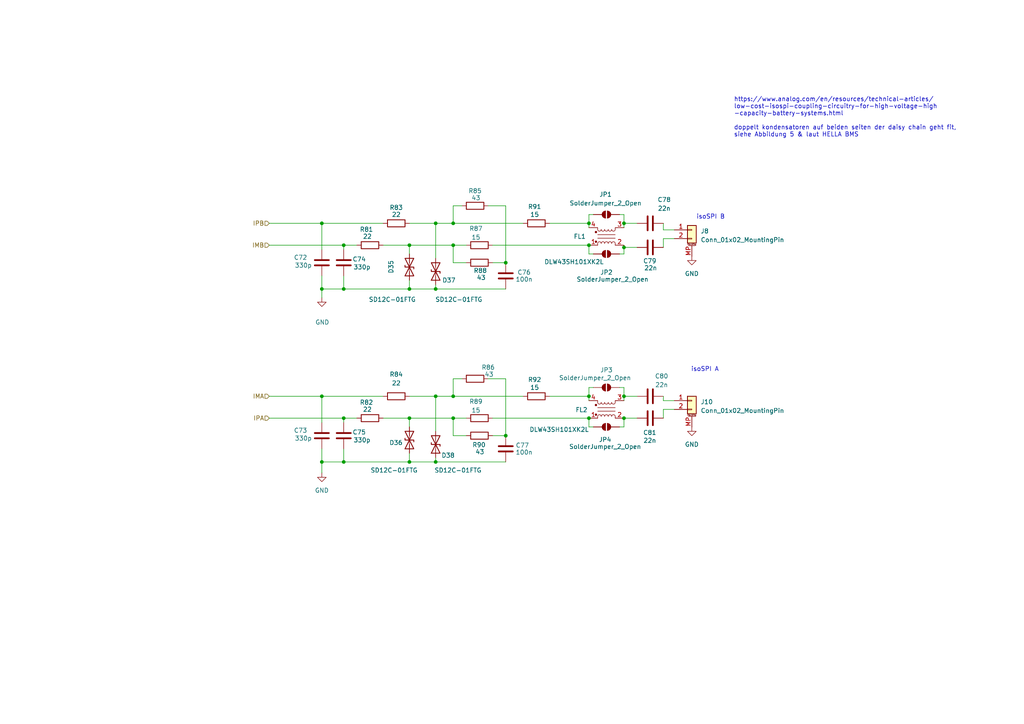
<source format=kicad_sch>
(kicad_sch
	(version 20231120)
	(generator "eeschema")
	(generator_version "8.0")
	(uuid "a829381d-4fea-407c-ade1-115ffa8289a0")
	(paper "A4")
	(lib_symbols
		(symbol "Connector_Generic_MountingPin:Conn_01x02_MountingPin"
			(pin_names
				(offset 1.016) hide)
			(exclude_from_sim no)
			(in_bom yes)
			(on_board yes)
			(property "Reference" "J"
				(at 0 2.54 0)
				(effects
					(font
						(size 1.27 1.27)
					)
				)
			)
			(property "Value" "Conn_01x02_MountingPin"
				(at 1.27 -5.08 0)
				(effects
					(font
						(size 1.27 1.27)
					)
					(justify left)
				)
			)
			(property "Footprint" ""
				(at 0 0 0)
				(effects
					(font
						(size 1.27 1.27)
					)
					(hide yes)
				)
			)
			(property "Datasheet" "~"
				(at 0 0 0)
				(effects
					(font
						(size 1.27 1.27)
					)
					(hide yes)
				)
			)
			(property "Description" "Generic connectable mounting pin connector, single row, 01x02, script generated (kicad-library-utils/schlib/autogen/connector/)"
				(at 0 0 0)
				(effects
					(font
						(size 1.27 1.27)
					)
					(hide yes)
				)
			)
			(property "ki_keywords" "connector"
				(at 0 0 0)
				(effects
					(font
						(size 1.27 1.27)
					)
					(hide yes)
				)
			)
			(property "ki_fp_filters" "Connector*:*_1x??-1MP*"
				(at 0 0 0)
				(effects
					(font
						(size 1.27 1.27)
					)
					(hide yes)
				)
			)
			(symbol "Conn_01x02_MountingPin_1_1"
				(rectangle
					(start -1.27 -2.413)
					(end 0 -2.667)
					(stroke
						(width 0.1524)
						(type default)
					)
					(fill
						(type none)
					)
				)
				(rectangle
					(start -1.27 0.127)
					(end 0 -0.127)
					(stroke
						(width 0.1524)
						(type default)
					)
					(fill
						(type none)
					)
				)
				(rectangle
					(start -1.27 1.27)
					(end 1.27 -3.81)
					(stroke
						(width 0.254)
						(type default)
					)
					(fill
						(type background)
					)
				)
				(polyline
					(pts
						(xy -1.016 -4.572) (xy 1.016 -4.572)
					)
					(stroke
						(width 0.1524)
						(type default)
					)
					(fill
						(type none)
					)
				)
				(text "Mounting"
					(at 0 -4.191 0)
					(effects
						(font
							(size 0.381 0.381)
						)
					)
				)
				(pin passive line
					(at -5.08 0 0)
					(length 3.81)
					(name "Pin_1"
						(effects
							(font
								(size 1.27 1.27)
							)
						)
					)
					(number "1"
						(effects
							(font
								(size 1.27 1.27)
							)
						)
					)
				)
				(pin passive line
					(at -5.08 -2.54 0)
					(length 3.81)
					(name "Pin_2"
						(effects
							(font
								(size 1.27 1.27)
							)
						)
					)
					(number "2"
						(effects
							(font
								(size 1.27 1.27)
							)
						)
					)
				)
				(pin passive line
					(at 0 -7.62 90)
					(length 3.048)
					(name "MountPin"
						(effects
							(font
								(size 1.27 1.27)
							)
						)
					)
					(number "MP"
						(effects
							(font
								(size 1.27 1.27)
							)
						)
					)
				)
			)
		)
		(symbol "Device:C"
			(pin_numbers hide)
			(pin_names
				(offset 0.254)
			)
			(exclude_from_sim no)
			(in_bom yes)
			(on_board yes)
			(property "Reference" "C"
				(at 0.635 2.54 0)
				(effects
					(font
						(size 1.27 1.27)
					)
					(justify left)
				)
			)
			(property "Value" "C"
				(at 0.635 -2.54 0)
				(effects
					(font
						(size 1.27 1.27)
					)
					(justify left)
				)
			)
			(property "Footprint" ""
				(at 0.9652 -3.81 0)
				(effects
					(font
						(size 1.27 1.27)
					)
					(hide yes)
				)
			)
			(property "Datasheet" "~"
				(at 0 0 0)
				(effects
					(font
						(size 1.27 1.27)
					)
					(hide yes)
				)
			)
			(property "Description" "Unpolarized capacitor"
				(at 0 0 0)
				(effects
					(font
						(size 1.27 1.27)
					)
					(hide yes)
				)
			)
			(property "ki_keywords" "cap capacitor"
				(at 0 0 0)
				(effects
					(font
						(size 1.27 1.27)
					)
					(hide yes)
				)
			)
			(property "ki_fp_filters" "C_*"
				(at 0 0 0)
				(effects
					(font
						(size 1.27 1.27)
					)
					(hide yes)
				)
			)
			(symbol "C_0_1"
				(polyline
					(pts
						(xy -2.032 -0.762) (xy 2.032 -0.762)
					)
					(stroke
						(width 0.508)
						(type default)
					)
					(fill
						(type none)
					)
				)
				(polyline
					(pts
						(xy -2.032 0.762) (xy 2.032 0.762)
					)
					(stroke
						(width 0.508)
						(type default)
					)
					(fill
						(type none)
					)
				)
			)
			(symbol "C_1_1"
				(pin passive line
					(at 0 3.81 270)
					(length 2.794)
					(name "~"
						(effects
							(font
								(size 1.27 1.27)
							)
						)
					)
					(number "1"
						(effects
							(font
								(size 1.27 1.27)
							)
						)
					)
				)
				(pin passive line
					(at 0 -3.81 90)
					(length 2.794)
					(name "~"
						(effects
							(font
								(size 1.27 1.27)
							)
						)
					)
					(number "2"
						(effects
							(font
								(size 1.27 1.27)
							)
						)
					)
				)
			)
		)
		(symbol "Device:D_TVS"
			(pin_numbers hide)
			(pin_names
				(offset 1.016) hide)
			(exclude_from_sim no)
			(in_bom yes)
			(on_board yes)
			(property "Reference" "D"
				(at 0 2.54 0)
				(effects
					(font
						(size 1.27 1.27)
					)
				)
			)
			(property "Value" "D_TVS"
				(at 0 -2.54 0)
				(effects
					(font
						(size 1.27 1.27)
					)
				)
			)
			(property "Footprint" ""
				(at 0 0 0)
				(effects
					(font
						(size 1.27 1.27)
					)
					(hide yes)
				)
			)
			(property "Datasheet" "~"
				(at 0 0 0)
				(effects
					(font
						(size 1.27 1.27)
					)
					(hide yes)
				)
			)
			(property "Description" "Bidirectional transient-voltage-suppression diode"
				(at 0 0 0)
				(effects
					(font
						(size 1.27 1.27)
					)
					(hide yes)
				)
			)
			(property "ki_keywords" "diode TVS thyrector"
				(at 0 0 0)
				(effects
					(font
						(size 1.27 1.27)
					)
					(hide yes)
				)
			)
			(property "ki_fp_filters" "TO-???* *_Diode_* *SingleDiode* D_*"
				(at 0 0 0)
				(effects
					(font
						(size 1.27 1.27)
					)
					(hide yes)
				)
			)
			(symbol "D_TVS_0_1"
				(polyline
					(pts
						(xy 1.27 0) (xy -1.27 0)
					)
					(stroke
						(width 0)
						(type default)
					)
					(fill
						(type none)
					)
				)
				(polyline
					(pts
						(xy 0.508 1.27) (xy 0 1.27) (xy 0 -1.27) (xy -0.508 -1.27)
					)
					(stroke
						(width 0.254)
						(type default)
					)
					(fill
						(type none)
					)
				)
				(polyline
					(pts
						(xy -2.54 1.27) (xy -2.54 -1.27) (xy 2.54 1.27) (xy 2.54 -1.27) (xy -2.54 1.27)
					)
					(stroke
						(width 0.254)
						(type default)
					)
					(fill
						(type none)
					)
				)
			)
			(symbol "D_TVS_1_1"
				(pin passive line
					(at -3.81 0 0)
					(length 2.54)
					(name "A1"
						(effects
							(font
								(size 1.27 1.27)
							)
						)
					)
					(number "1"
						(effects
							(font
								(size 1.27 1.27)
							)
						)
					)
				)
				(pin passive line
					(at 3.81 0 180)
					(length 2.54)
					(name "A2"
						(effects
							(font
								(size 1.27 1.27)
							)
						)
					)
					(number "2"
						(effects
							(font
								(size 1.27 1.27)
							)
						)
					)
				)
			)
		)
		(symbol "Device:R"
			(pin_numbers hide)
			(pin_names
				(offset 0)
			)
			(exclude_from_sim no)
			(in_bom yes)
			(on_board yes)
			(property "Reference" "R"
				(at 2.032 0 90)
				(effects
					(font
						(size 1.27 1.27)
					)
				)
			)
			(property "Value" "R"
				(at 0 0 90)
				(effects
					(font
						(size 1.27 1.27)
					)
				)
			)
			(property "Footprint" ""
				(at -1.778 0 90)
				(effects
					(font
						(size 1.27 1.27)
					)
					(hide yes)
				)
			)
			(property "Datasheet" "~"
				(at 0 0 0)
				(effects
					(font
						(size 1.27 1.27)
					)
					(hide yes)
				)
			)
			(property "Description" "Resistor"
				(at 0 0 0)
				(effects
					(font
						(size 1.27 1.27)
					)
					(hide yes)
				)
			)
			(property "ki_keywords" "R res resistor"
				(at 0 0 0)
				(effects
					(font
						(size 1.27 1.27)
					)
					(hide yes)
				)
			)
			(property "ki_fp_filters" "R_*"
				(at 0 0 0)
				(effects
					(font
						(size 1.27 1.27)
					)
					(hide yes)
				)
			)
			(symbol "R_0_1"
				(rectangle
					(start -1.016 -2.54)
					(end 1.016 2.54)
					(stroke
						(width 0.254)
						(type default)
					)
					(fill
						(type none)
					)
				)
			)
			(symbol "R_1_1"
				(pin passive line
					(at 0 3.81 270)
					(length 1.27)
					(name "~"
						(effects
							(font
								(size 1.27 1.27)
							)
						)
					)
					(number "1"
						(effects
							(font
								(size 1.27 1.27)
							)
						)
					)
				)
				(pin passive line
					(at 0 -3.81 90)
					(length 1.27)
					(name "~"
						(effects
							(font
								(size 1.27 1.27)
							)
						)
					)
					(number "2"
						(effects
							(font
								(size 1.27 1.27)
							)
						)
					)
				)
			)
		)
		(symbol "Filter:Choke_Coilcraft_0603USB-222"
			(pin_names
				(offset 0.254) hide)
			(exclude_from_sim no)
			(in_bom yes)
			(on_board yes)
			(property "Reference" "FL"
				(at 0 4.445 0)
				(effects
					(font
						(size 1.27 1.27)
					)
				)
			)
			(property "Value" "Choke_Coilcraft_0603USB-222"
				(at 0 -4.445 0)
				(effects
					(font
						(size 1.27 1.27)
					)
				)
			)
			(property "Footprint" "Inductor_SMD:L_CommonModeChoke_Coilcraft_0603USB"
				(at 0 -6.35 0)
				(effects
					(font
						(size 1.27 1.27)
					)
					(hide yes)
				)
			)
			(property "Datasheet" "https://www.coilcraft.com/pdfs/0603usb.pdf"
				(at 0 -8.255 0)
				(effects
					(font
						(size 1.27 1.27)
					)
					(hide yes)
				)
			)
			(property "Description" "Common mode choke, 500mA, 250VAC, 150nH, 209mohm, 0.96Ghz, "
				(at 0 0 0)
				(effects
					(font
						(size 1.27 1.27)
					)
					(hide yes)
				)
			)
			(property "ki_keywords" "common-mode common mode choke signal line filter"
				(at 0 0 0)
				(effects
					(font
						(size 1.27 1.27)
					)
					(hide yes)
				)
			)
			(property "ki_fp_filters" "L*CommonModeChoke*Coilcraft*0603USB*"
				(at 0 0 0)
				(effects
					(font
						(size 1.27 1.27)
					)
					(hide yes)
				)
			)
			(symbol "Choke_Coilcraft_0603USB-222_0_1"
				(circle
					(center -3.048 -1.27)
					(radius 0.254)
					(stroke
						(width 0)
						(type default)
					)
					(fill
						(type outline)
					)
				)
				(circle
					(center -3.048 1.524)
					(radius 0.254)
					(stroke
						(width 0)
						(type default)
					)
					(fill
						(type outline)
					)
				)
				(arc
					(start -2.54 2.032)
					(mid -2.032 1.5262)
					(end -1.524 2.032)
					(stroke
						(width 0)
						(type default)
					)
					(fill
						(type none)
					)
				)
				(arc
					(start -1.524 -2.032)
					(mid -2.032 -1.5262)
					(end -2.54 -2.032)
					(stroke
						(width 0)
						(type default)
					)
					(fill
						(type none)
					)
				)
				(arc
					(start -1.524 2.032)
					(mid -1.016 1.5262)
					(end -0.508 2.032)
					(stroke
						(width 0)
						(type default)
					)
					(fill
						(type none)
					)
				)
				(arc
					(start -0.508 -2.032)
					(mid -1.016 -1.5262)
					(end -1.524 -2.032)
					(stroke
						(width 0)
						(type default)
					)
					(fill
						(type none)
					)
				)
				(arc
					(start -0.508 2.032)
					(mid 0 1.5262)
					(end 0.508 2.032)
					(stroke
						(width 0)
						(type default)
					)
					(fill
						(type none)
					)
				)
				(polyline
					(pts
						(xy -2.54 -2.032) (xy -2.54 -2.54)
					)
					(stroke
						(width 0)
						(type default)
					)
					(fill
						(type none)
					)
				)
				(polyline
					(pts
						(xy -2.54 0.508) (xy 2.54 0.508)
					)
					(stroke
						(width 0)
						(type default)
					)
					(fill
						(type none)
					)
				)
				(polyline
					(pts
						(xy -2.54 2.032) (xy -2.54 2.54)
					)
					(stroke
						(width 0)
						(type default)
					)
					(fill
						(type none)
					)
				)
				(polyline
					(pts
						(xy 2.54 -2.032) (xy 2.54 -2.54)
					)
					(stroke
						(width 0)
						(type default)
					)
					(fill
						(type none)
					)
				)
				(polyline
					(pts
						(xy 2.54 -0.508) (xy -2.54 -0.508)
					)
					(stroke
						(width 0)
						(type default)
					)
					(fill
						(type none)
					)
				)
				(polyline
					(pts
						(xy 2.54 2.54) (xy 2.54 2.032)
					)
					(stroke
						(width 0)
						(type default)
					)
					(fill
						(type none)
					)
				)
				(arc
					(start 0.508 -2.032)
					(mid 0 -1.5262)
					(end -0.508 -2.032)
					(stroke
						(width 0)
						(type default)
					)
					(fill
						(type none)
					)
				)
				(arc
					(start 0.508 2.032)
					(mid 1.016 1.5262)
					(end 1.524 2.032)
					(stroke
						(width 0)
						(type default)
					)
					(fill
						(type none)
					)
				)
				(arc
					(start 1.524 -2.032)
					(mid 1.016 -1.5262)
					(end 0.508 -2.032)
					(stroke
						(width 0)
						(type default)
					)
					(fill
						(type none)
					)
				)
				(arc
					(start 1.524 2.032)
					(mid 2.032 1.5262)
					(end 2.54 2.032)
					(stroke
						(width 0)
						(type default)
					)
					(fill
						(type none)
					)
				)
				(arc
					(start 2.54 -2.032)
					(mid 2.032 -1.5262)
					(end 1.524 -2.032)
					(stroke
						(width 0)
						(type default)
					)
					(fill
						(type none)
					)
				)
			)
			(symbol "Choke_Coilcraft_0603USB-222_1_1"
				(pin passive line
					(at -5.08 2.54 0)
					(length 2.54)
					(name "1"
						(effects
							(font
								(size 1.27 1.27)
							)
						)
					)
					(number "1"
						(effects
							(font
								(size 1.27 1.27)
							)
						)
					)
				)
				(pin passive line
					(at 5.08 2.54 180)
					(length 2.54)
					(name "2"
						(effects
							(font
								(size 1.27 1.27)
							)
						)
					)
					(number "2"
						(effects
							(font
								(size 1.27 1.27)
							)
						)
					)
				)
				(pin passive line
					(at 5.08 -2.54 180)
					(length 2.54)
					(name "3"
						(effects
							(font
								(size 1.27 1.27)
							)
						)
					)
					(number "3"
						(effects
							(font
								(size 1.27 1.27)
							)
						)
					)
				)
				(pin passive line
					(at -5.08 -2.54 0)
					(length 2.54)
					(name "4"
						(effects
							(font
								(size 1.27 1.27)
							)
						)
					)
					(number "4"
						(effects
							(font
								(size 1.27 1.27)
							)
						)
					)
				)
			)
		)
		(symbol "Jumper:SolderJumper_2_Open"
			(pin_numbers hide)
			(pin_names
				(offset 0) hide)
			(exclude_from_sim yes)
			(in_bom no)
			(on_board yes)
			(property "Reference" "JP"
				(at 0 2.032 0)
				(effects
					(font
						(size 1.27 1.27)
					)
				)
			)
			(property "Value" "SolderJumper_2_Open"
				(at 0 -2.54 0)
				(effects
					(font
						(size 1.27 1.27)
					)
				)
			)
			(property "Footprint" ""
				(at 0 0 0)
				(effects
					(font
						(size 1.27 1.27)
					)
					(hide yes)
				)
			)
			(property "Datasheet" "~"
				(at 0 0 0)
				(effects
					(font
						(size 1.27 1.27)
					)
					(hide yes)
				)
			)
			(property "Description" "Solder Jumper, 2-pole, open"
				(at 0 0 0)
				(effects
					(font
						(size 1.27 1.27)
					)
					(hide yes)
				)
			)
			(property "ki_keywords" "solder jumper SPST"
				(at 0 0 0)
				(effects
					(font
						(size 1.27 1.27)
					)
					(hide yes)
				)
			)
			(property "ki_fp_filters" "SolderJumper*Open*"
				(at 0 0 0)
				(effects
					(font
						(size 1.27 1.27)
					)
					(hide yes)
				)
			)
			(symbol "SolderJumper_2_Open_0_1"
				(arc
					(start -0.254 1.016)
					(mid -1.2656 0)
					(end -0.254 -1.016)
					(stroke
						(width 0)
						(type default)
					)
					(fill
						(type none)
					)
				)
				(arc
					(start -0.254 1.016)
					(mid -1.2656 0)
					(end -0.254 -1.016)
					(stroke
						(width 0)
						(type default)
					)
					(fill
						(type outline)
					)
				)
				(polyline
					(pts
						(xy -0.254 1.016) (xy -0.254 -1.016)
					)
					(stroke
						(width 0)
						(type default)
					)
					(fill
						(type none)
					)
				)
				(polyline
					(pts
						(xy 0.254 1.016) (xy 0.254 -1.016)
					)
					(stroke
						(width 0)
						(type default)
					)
					(fill
						(type none)
					)
				)
				(arc
					(start 0.254 -1.016)
					(mid 1.2656 0)
					(end 0.254 1.016)
					(stroke
						(width 0)
						(type default)
					)
					(fill
						(type none)
					)
				)
				(arc
					(start 0.254 -1.016)
					(mid 1.2656 0)
					(end 0.254 1.016)
					(stroke
						(width 0)
						(type default)
					)
					(fill
						(type outline)
					)
				)
			)
			(symbol "SolderJumper_2_Open_1_1"
				(pin passive line
					(at -3.81 0 0)
					(length 2.54)
					(name "A"
						(effects
							(font
								(size 1.27 1.27)
							)
						)
					)
					(number "1"
						(effects
							(font
								(size 1.27 1.27)
							)
						)
					)
				)
				(pin passive line
					(at 3.81 0 180)
					(length 2.54)
					(name "B"
						(effects
							(font
								(size 1.27 1.27)
							)
						)
					)
					(number "2"
						(effects
							(font
								(size 1.27 1.27)
							)
						)
					)
				)
			)
		)
		(symbol "power:GND"
			(power)
			(pin_numbers hide)
			(pin_names
				(offset 0) hide)
			(exclude_from_sim no)
			(in_bom yes)
			(on_board yes)
			(property "Reference" "#PWR"
				(at 0 -6.35 0)
				(effects
					(font
						(size 1.27 1.27)
					)
					(hide yes)
				)
			)
			(property "Value" "GND"
				(at 0 -3.81 0)
				(effects
					(font
						(size 1.27 1.27)
					)
				)
			)
			(property "Footprint" ""
				(at 0 0 0)
				(effects
					(font
						(size 1.27 1.27)
					)
					(hide yes)
				)
			)
			(property "Datasheet" ""
				(at 0 0 0)
				(effects
					(font
						(size 1.27 1.27)
					)
					(hide yes)
				)
			)
			(property "Description" "Power symbol creates a global label with name \"GND\" , ground"
				(at 0 0 0)
				(effects
					(font
						(size 1.27 1.27)
					)
					(hide yes)
				)
			)
			(property "ki_keywords" "global power"
				(at 0 0 0)
				(effects
					(font
						(size 1.27 1.27)
					)
					(hide yes)
				)
			)
			(symbol "GND_0_1"
				(polyline
					(pts
						(xy 0 0) (xy 0 -1.27) (xy 1.27 -1.27) (xy 0 -2.54) (xy -1.27 -1.27) (xy 0 -1.27)
					)
					(stroke
						(width 0)
						(type default)
					)
					(fill
						(type none)
					)
				)
			)
			(symbol "GND_1_1"
				(pin power_in line
					(at 0 0 270)
					(length 0)
					(name "~"
						(effects
							(font
								(size 1.27 1.27)
							)
						)
					)
					(number "1"
						(effects
							(font
								(size 1.27 1.27)
							)
						)
					)
				)
			)
		)
	)
	(junction
		(at 131.445 121.285)
		(diameter 0)
		(color 0 0 0 0)
		(uuid "20bf75b0-dea2-4c9a-8156-68ee9ed80b80")
	)
	(junction
		(at 99.695 83.82)
		(diameter 0)
		(color 0 0 0 0)
		(uuid "2117f12b-d309-4bef-b9a3-1c26aac3e3f2")
	)
	(junction
		(at 93.345 83.82)
		(diameter 0)
		(color 0 0 0 0)
		(uuid "3301cf26-aaed-48c7-93a2-b659b7d4c9f6")
	)
	(junction
		(at 118.745 71.12)
		(diameter 0)
		(color 0 0 0 0)
		(uuid "35c814df-b143-4b4d-aaa3-ede891e28bfa")
	)
	(junction
		(at 170.815 71.12)
		(diameter 0)
		(color 0 0 0 0)
		(uuid "3be36621-0ccc-4deb-803d-b05d37625fef")
	)
	(junction
		(at 180.975 114.935)
		(diameter 0)
		(color 0 0 0 0)
		(uuid "49661d41-b7ec-43d8-a7d5-728f00a36b91")
	)
	(junction
		(at 170.815 114.935)
		(diameter 0)
		(color 0 0 0 0)
		(uuid "4b69d4ad-0c19-435d-9ccf-168b2c4ea048")
	)
	(junction
		(at 126.365 114.935)
		(diameter 0)
		(color 0 0 0 0)
		(uuid "5bb92f49-2931-4534-8ce9-30a6d54a9ac4")
	)
	(junction
		(at 180.975 64.77)
		(diameter 0)
		(color 0 0 0 0)
		(uuid "5c947694-5d5a-469a-8e27-e4d0e0349f1f")
	)
	(junction
		(at 93.345 114.935)
		(diameter 0)
		(color 0 0 0 0)
		(uuid "5d53d5f3-672a-4984-a25d-144138b17f23")
	)
	(junction
		(at 99.695 121.285)
		(diameter 0)
		(color 0 0 0 0)
		(uuid "5e83fce1-b29c-4cd9-84c0-72eb19e8b5cb")
	)
	(junction
		(at 99.695 133.985)
		(diameter 0)
		(color 0 0 0 0)
		(uuid "7e92cec6-9a8d-4e7e-b7dd-60d1a83e266c")
	)
	(junction
		(at 126.365 83.82)
		(diameter 0)
		(color 0 0 0 0)
		(uuid "81f43af8-7504-4953-9943-182a0acf170e")
	)
	(junction
		(at 146.685 126.365)
		(diameter 0)
		(color 0 0 0 0)
		(uuid "8c294957-fdb1-492d-9439-17ad32878601")
	)
	(junction
		(at 118.745 133.985)
		(diameter 0)
		(color 0 0 0 0)
		(uuid "95a7349f-129c-4669-adf5-e050237c2978")
	)
	(junction
		(at 126.365 64.77)
		(diameter 0)
		(color 0 0 0 0)
		(uuid "a9a880cc-b383-485e-83df-807612196d89")
	)
	(junction
		(at 131.445 114.935)
		(diameter 0)
		(color 0 0 0 0)
		(uuid "a9a8de09-bb09-4d92-9857-c8401a41aea8")
	)
	(junction
		(at 118.745 121.285)
		(diameter 0)
		(color 0 0 0 0)
		(uuid "adcb7473-676d-452e-82df-aa6d8d52a260")
	)
	(junction
		(at 93.345 64.77)
		(diameter 0)
		(color 0 0 0 0)
		(uuid "af8eab40-cd27-4b83-892a-e4a6b5f9bad0")
	)
	(junction
		(at 93.345 133.985)
		(diameter 0)
		(color 0 0 0 0)
		(uuid "bb39a16e-fe91-4ffa-ba65-1093cbb17f8b")
	)
	(junction
		(at 131.445 64.77)
		(diameter 0)
		(color 0 0 0 0)
		(uuid "c87d9d64-f8cc-4f71-a1da-cf6614dd103e")
	)
	(junction
		(at 126.365 133.985)
		(diameter 0)
		(color 0 0 0 0)
		(uuid "cb19a8a9-7eb9-4615-833a-fbdbda0ea477")
	)
	(junction
		(at 180.975 121.285)
		(diameter 0)
		(color 0 0 0 0)
		(uuid "d39a4faf-176d-4355-96ff-4b448fb242a7")
	)
	(junction
		(at 131.445 71.12)
		(diameter 0)
		(color 0 0 0 0)
		(uuid "d7c86cfb-9625-438b-806b-3fdb816edd2b")
	)
	(junction
		(at 170.815 64.77)
		(diameter 0)
		(color 0 0 0 0)
		(uuid "d893587c-030f-442e-b25b-899fd754c6c3")
	)
	(junction
		(at 99.695 71.12)
		(diameter 0)
		(color 0 0 0 0)
		(uuid "e70cabff-fd8e-4c89-9c94-cc6a180d9ca7")
	)
	(junction
		(at 180.975 71.755)
		(diameter 0)
		(color 0 0 0 0)
		(uuid "efe41e19-a1c2-42fd-a0ad-170fc2f945fc")
	)
	(junction
		(at 118.745 83.82)
		(diameter 0)
		(color 0 0 0 0)
		(uuid "f3e3140e-204e-4f32-aa59-52dcefe2c591")
	)
	(junction
		(at 146.685 76.2)
		(diameter 0)
		(color 0 0 0 0)
		(uuid "fbd9b3db-68a3-4b54-b81f-46d08b9d3cef")
	)
	(junction
		(at 170.815 121.285)
		(diameter 0)
		(color 0 0 0 0)
		(uuid "fcd8f11d-6a78-43cc-bc73-9da5eae2f8b5")
	)
	(wire
		(pts
			(xy 170.815 71.12) (xy 170.815 73.66)
		)
		(stroke
			(width 0)
			(type default)
		)
		(uuid "0750a4f5-30f7-474c-ae19-699aef4ad2e4")
	)
	(wire
		(pts
			(xy 142.875 121.285) (xy 170.815 121.285)
		)
		(stroke
			(width 0)
			(type default)
		)
		(uuid "086cce70-ab37-49e5-a4ba-a2ba639eea92")
	)
	(wire
		(pts
			(xy 126.365 114.935) (xy 131.445 114.935)
		)
		(stroke
			(width 0)
			(type default)
		)
		(uuid "09f0abd4-e08f-4326-b628-dee8f2089b94")
	)
	(wire
		(pts
			(xy 126.365 83.82) (xy 146.685 83.82)
		)
		(stroke
			(width 0)
			(type default)
		)
		(uuid "0ac8b205-891c-4a6f-8ffd-05da6d89d659")
	)
	(wire
		(pts
			(xy 93.345 133.985) (xy 99.695 133.985)
		)
		(stroke
			(width 0)
			(type default)
		)
		(uuid "0e89915a-5616-4579-b54f-8fb87e01ca39")
	)
	(wire
		(pts
			(xy 131.445 114.935) (xy 131.445 109.855)
		)
		(stroke
			(width 0)
			(type default)
		)
		(uuid "104417ea-7528-4b61-96bc-f4c4b85c862d")
	)
	(wire
		(pts
			(xy 192.405 69.215) (xy 195.58 69.215)
		)
		(stroke
			(width 0)
			(type default)
		)
		(uuid "1091c10c-eef7-4766-8bbd-338a3232ad30")
	)
	(wire
		(pts
			(xy 180.975 121.285) (xy 184.785 121.285)
		)
		(stroke
			(width 0)
			(type default)
		)
		(uuid "10eb43b2-2de2-4fc3-9810-e6593f77ba89")
	)
	(wire
		(pts
			(xy 93.345 72.39) (xy 93.345 64.77)
		)
		(stroke
			(width 0)
			(type default)
		)
		(uuid "113635c8-d1c4-4e59-aecf-230d1dd98ede")
	)
	(wire
		(pts
			(xy 179.705 62.23) (xy 180.975 62.23)
		)
		(stroke
			(width 0)
			(type default)
		)
		(uuid "123e5df9-fd32-46f8-9eed-5707cea836cb")
	)
	(wire
		(pts
			(xy 170.815 116.205) (xy 170.815 114.935)
		)
		(stroke
			(width 0)
			(type default)
		)
		(uuid "18183fc5-3af3-488e-93af-eb95f85c557a")
	)
	(wire
		(pts
			(xy 131.445 64.77) (xy 131.445 59.69)
		)
		(stroke
			(width 0)
			(type default)
		)
		(uuid "1c2b1c53-e95e-41c2-9e77-f0aeed946ff5")
	)
	(wire
		(pts
			(xy 126.365 133.985) (xy 146.685 133.985)
		)
		(stroke
			(width 0)
			(type default)
		)
		(uuid "1d15db8b-2ecb-4cc5-b8c1-803d8ff0c52f")
	)
	(wire
		(pts
			(xy 131.445 114.935) (xy 151.765 114.935)
		)
		(stroke
			(width 0)
			(type default)
		)
		(uuid "1e4628cf-0d2b-41f7-b912-4896ab639316")
	)
	(wire
		(pts
			(xy 170.815 112.395) (xy 170.815 114.935)
		)
		(stroke
			(width 0)
			(type default)
		)
		(uuid "1e61e979-414b-413e-9cb0-3b7f9021c607")
	)
	(wire
		(pts
			(xy 99.695 121.285) (xy 78.105 121.285)
		)
		(stroke
			(width 0)
			(type default)
		)
		(uuid "21d7735d-566f-43ee-860e-b2ffb4e750a7")
	)
	(wire
		(pts
			(xy 170.815 64.77) (xy 159.385 64.77)
		)
		(stroke
			(width 0)
			(type default)
		)
		(uuid "2346bd7a-b789-41aa-aa2a-2280521bf279")
	)
	(wire
		(pts
			(xy 118.745 64.77) (xy 126.365 64.77)
		)
		(stroke
			(width 0)
			(type default)
		)
		(uuid "269d8ca1-41b5-424e-9dd3-16c9d1be7f9b")
	)
	(wire
		(pts
			(xy 118.745 121.285) (xy 118.745 123.825)
		)
		(stroke
			(width 0)
			(type default)
		)
		(uuid "2ed4ed78-45da-4f83-a242-47653d991cfe")
	)
	(wire
		(pts
			(xy 118.745 83.82) (xy 126.365 83.82)
		)
		(stroke
			(width 0)
			(type default)
		)
		(uuid "2f4d2620-2101-4dc8-a7ab-51600a291f5e")
	)
	(wire
		(pts
			(xy 131.445 59.69) (xy 133.985 59.69)
		)
		(stroke
			(width 0)
			(type default)
		)
		(uuid "328cad01-5d00-486c-83e2-ff7945bf9324")
	)
	(wire
		(pts
			(xy 118.745 71.12) (xy 131.445 71.12)
		)
		(stroke
			(width 0)
			(type default)
		)
		(uuid "3333f0be-92ac-4668-8cd8-7d934067e34c")
	)
	(wire
		(pts
			(xy 118.745 71.12) (xy 118.745 73.66)
		)
		(stroke
			(width 0)
			(type default)
		)
		(uuid "35b9ab6e-b7b8-435a-94d1-ea232c703857")
	)
	(wire
		(pts
			(xy 192.405 116.205) (xy 195.58 116.205)
		)
		(stroke
			(width 0)
			(type default)
		)
		(uuid "3981bb72-8b97-4286-b13a-7ec86f200f97")
	)
	(wire
		(pts
			(xy 99.695 72.39) (xy 99.695 71.12)
		)
		(stroke
			(width 0)
			(type default)
		)
		(uuid "39a2bcb2-579e-4468-a6d3-d5ef293e137c")
	)
	(wire
		(pts
			(xy 170.815 62.23) (xy 172.085 62.23)
		)
		(stroke
			(width 0)
			(type default)
		)
		(uuid "3f191178-e730-4351-a13e-1b24b89bab6b")
	)
	(wire
		(pts
			(xy 180.975 116.205) (xy 180.975 114.935)
		)
		(stroke
			(width 0)
			(type default)
		)
		(uuid "4088755c-7e35-44e3-ba3f-b31e69174b0a")
	)
	(wire
		(pts
			(xy 146.685 126.365) (xy 142.875 126.365)
		)
		(stroke
			(width 0)
			(type default)
		)
		(uuid "40d32277-d72d-45e2-92b7-df477ef5b907")
	)
	(wire
		(pts
			(xy 118.745 81.28) (xy 118.745 83.82)
		)
		(stroke
			(width 0)
			(type default)
		)
		(uuid "41717c93-d3cb-47d8-855f-88d8e8b071e3")
	)
	(wire
		(pts
			(xy 131.445 126.365) (xy 135.255 126.365)
		)
		(stroke
			(width 0)
			(type default)
		)
		(uuid "427bbaa7-ac9e-49a3-9ce8-8d20958f1379")
	)
	(wire
		(pts
			(xy 146.685 109.855) (xy 146.685 126.365)
		)
		(stroke
			(width 0)
			(type default)
		)
		(uuid "43314b7d-e82f-404c-9083-71a6e8984bc8")
	)
	(wire
		(pts
			(xy 170.815 62.23) (xy 170.815 64.77)
		)
		(stroke
			(width 0)
			(type default)
		)
		(uuid "46a95b7b-ccb0-4957-bc01-b0fe687029e8")
	)
	(wire
		(pts
			(xy 126.365 82.55) (xy 126.365 83.82)
		)
		(stroke
			(width 0)
			(type default)
		)
		(uuid "494e8585-d443-4740-9d19-8581f6d0c71c")
	)
	(wire
		(pts
			(xy 192.405 118.745) (xy 195.58 118.745)
		)
		(stroke
			(width 0)
			(type default)
		)
		(uuid "500ca0c7-1eea-48e4-b689-d35c05a75c84")
	)
	(wire
		(pts
			(xy 192.405 71.755) (xy 192.405 69.215)
		)
		(stroke
			(width 0)
			(type default)
		)
		(uuid "50e361e9-3441-4303-96e3-41ec88323920")
	)
	(wire
		(pts
			(xy 179.705 112.395) (xy 180.975 112.395)
		)
		(stroke
			(width 0)
			(type default)
		)
		(uuid "51c6edc5-58f5-4800-8d91-923203fc672b")
	)
	(wire
		(pts
			(xy 180.975 62.23) (xy 180.975 64.77)
		)
		(stroke
			(width 0)
			(type default)
		)
		(uuid "55a7cb3e-8a02-4b68-ad2b-9fa803f8a403")
	)
	(wire
		(pts
			(xy 170.815 73.66) (xy 172.085 73.66)
		)
		(stroke
			(width 0)
			(type default)
		)
		(uuid "55d0a011-aa77-4733-8302-72558e47f63b")
	)
	(wire
		(pts
			(xy 126.365 132.715) (xy 126.365 133.985)
		)
		(stroke
			(width 0)
			(type default)
		)
		(uuid "57ba496a-0e0e-44dc-a2be-f4abf09bb9cd")
	)
	(wire
		(pts
			(xy 180.975 112.395) (xy 180.975 114.935)
		)
		(stroke
			(width 0)
			(type default)
		)
		(uuid "5f688f12-73eb-4849-8d37-859ab25a5051")
	)
	(wire
		(pts
			(xy 131.445 76.2) (xy 135.255 76.2)
		)
		(stroke
			(width 0)
			(type default)
		)
		(uuid "6104b727-58a4-4549-91db-4923fc3461f8")
	)
	(wire
		(pts
			(xy 180.975 114.935) (xy 184.785 114.935)
		)
		(stroke
			(width 0)
			(type default)
		)
		(uuid "61467652-5643-4079-a8e2-eb26ed154855")
	)
	(wire
		(pts
			(xy 93.345 122.555) (xy 93.345 114.935)
		)
		(stroke
			(width 0)
			(type default)
		)
		(uuid "6409858f-43b3-49e1-baf5-e660e4cd2540")
	)
	(wire
		(pts
			(xy 170.815 64.77) (xy 170.815 66.04)
		)
		(stroke
			(width 0)
			(type default)
		)
		(uuid "6a109017-ae74-4edb-8fa9-31dcacf65752")
	)
	(wire
		(pts
			(xy 170.815 121.285) (xy 170.815 123.825)
		)
		(stroke
			(width 0)
			(type default)
		)
		(uuid "6c5dc625-d3f3-4390-9132-be850f57c446")
	)
	(wire
		(pts
			(xy 99.695 80.01) (xy 99.695 83.82)
		)
		(stroke
			(width 0)
			(type default)
		)
		(uuid "6fceb8e8-307e-4758-86cb-888d019759c5")
	)
	(wire
		(pts
			(xy 192.405 121.285) (xy 192.405 118.745)
		)
		(stroke
			(width 0)
			(type default)
		)
		(uuid "74260bb2-24eb-4610-a85c-d628bcd97231")
	)
	(wire
		(pts
			(xy 192.405 64.77) (xy 192.405 66.675)
		)
		(stroke
			(width 0)
			(type default)
		)
		(uuid "7a5276d5-a292-4d9c-aed9-2939637ff5f2")
	)
	(wire
		(pts
			(xy 180.975 71.755) (xy 180.975 71.12)
		)
		(stroke
			(width 0)
			(type default)
		)
		(uuid "7da1ff46-91a3-4451-9f5f-b449b426f76f")
	)
	(wire
		(pts
			(xy 118.745 133.985) (xy 126.365 133.985)
		)
		(stroke
			(width 0)
			(type default)
		)
		(uuid "800ad1ea-20aa-494a-bc6b-d49ab467954c")
	)
	(wire
		(pts
			(xy 99.695 71.12) (xy 103.505 71.12)
		)
		(stroke
			(width 0)
			(type default)
		)
		(uuid "844d3a1c-7e24-4d7b-ad14-0f3de9f6b348")
	)
	(wire
		(pts
			(xy 93.345 114.935) (xy 111.125 114.935)
		)
		(stroke
			(width 0)
			(type default)
		)
		(uuid "851deabe-e77a-4784-b21a-9e1e113e7fb7")
	)
	(wire
		(pts
			(xy 159.385 114.935) (xy 170.815 114.935)
		)
		(stroke
			(width 0)
			(type default)
		)
		(uuid "88087053-7ee5-4842-92de-7c2d8aa8743d")
	)
	(wire
		(pts
			(xy 99.695 83.82) (xy 118.745 83.82)
		)
		(stroke
			(width 0)
			(type default)
		)
		(uuid "89eea947-6770-4539-be6f-09c89b106f8b")
	)
	(wire
		(pts
			(xy 78.105 114.935) (xy 93.345 114.935)
		)
		(stroke
			(width 0)
			(type default)
		)
		(uuid "8cd0d2de-a635-49d0-8fa3-1aa71df1d2db")
	)
	(wire
		(pts
			(xy 126.365 64.77) (xy 131.445 64.77)
		)
		(stroke
			(width 0)
			(type default)
		)
		(uuid "8e78abf1-3325-4712-9c51-afe4bf1b0f8d")
	)
	(wire
		(pts
			(xy 93.345 83.82) (xy 93.345 80.01)
		)
		(stroke
			(width 0)
			(type default)
		)
		(uuid "9063df96-4a5a-44fc-b3e6-85c69cc51193")
	)
	(wire
		(pts
			(xy 118.745 114.935) (xy 126.365 114.935)
		)
		(stroke
			(width 0)
			(type default)
		)
		(uuid "913f32b2-c2b3-4097-859a-fd605a1ccaaf")
	)
	(wire
		(pts
			(xy 170.815 112.395) (xy 172.085 112.395)
		)
		(stroke
			(width 0)
			(type default)
		)
		(uuid "9183307e-3f42-4a62-9684-4268449e9ca3")
	)
	(wire
		(pts
			(xy 99.695 133.985) (xy 118.745 133.985)
		)
		(stroke
			(width 0)
			(type default)
		)
		(uuid "937b9e71-608a-4c03-ad9b-c347fd7dfdc3")
	)
	(wire
		(pts
			(xy 131.445 121.285) (xy 131.445 126.365)
		)
		(stroke
			(width 0)
			(type default)
		)
		(uuid "a048b50f-69be-4467-94eb-f75ec6ef2640")
	)
	(wire
		(pts
			(xy 141.605 59.69) (xy 146.685 59.69)
		)
		(stroke
			(width 0)
			(type default)
		)
		(uuid "a080f55d-8709-4970-8461-cdeca89f0c7c")
	)
	(wire
		(pts
			(xy 131.445 109.855) (xy 133.985 109.855)
		)
		(stroke
			(width 0)
			(type default)
		)
		(uuid "a1cc1674-678a-4ffb-8898-5288cd4dff96")
	)
	(wire
		(pts
			(xy 192.405 114.935) (xy 192.405 116.205)
		)
		(stroke
			(width 0)
			(type default)
		)
		(uuid "a2aeecc8-97e3-49e2-8e94-6b2330dd498d")
	)
	(wire
		(pts
			(xy 180.975 71.755) (xy 180.975 73.66)
		)
		(stroke
			(width 0)
			(type default)
		)
		(uuid "a4755abc-d028-481e-bd1d-ce402335a5ac")
	)
	(wire
		(pts
			(xy 131.445 71.12) (xy 135.255 71.12)
		)
		(stroke
			(width 0)
			(type default)
		)
		(uuid "ae80357e-48e0-4c85-aace-f31ad31ba428")
	)
	(wire
		(pts
			(xy 93.345 137.16) (xy 93.345 133.985)
		)
		(stroke
			(width 0)
			(type default)
		)
		(uuid "afdd947c-38d8-4ea5-a571-4c0a4b3007b0")
	)
	(wire
		(pts
			(xy 146.685 76.2) (xy 142.875 76.2)
		)
		(stroke
			(width 0)
			(type default)
		)
		(uuid "b0239766-27df-4094-8997-1217aac84d63")
	)
	(wire
		(pts
			(xy 99.695 121.285) (xy 103.505 121.285)
		)
		(stroke
			(width 0)
			(type default)
		)
		(uuid "b3d94a2f-535d-49ea-a6e6-e8cb1424ade2")
	)
	(wire
		(pts
			(xy 170.815 123.825) (xy 172.085 123.825)
		)
		(stroke
			(width 0)
			(type default)
		)
		(uuid "b80fc99b-3882-4859-9c80-2eb3d7839550")
	)
	(wire
		(pts
			(xy 126.365 114.935) (xy 126.365 125.095)
		)
		(stroke
			(width 0)
			(type default)
		)
		(uuid "b84a8d32-91b7-49d3-9219-c94b829ee737")
	)
	(wire
		(pts
			(xy 179.705 73.66) (xy 180.975 73.66)
		)
		(stroke
			(width 0)
			(type default)
		)
		(uuid "c2e7246d-2dc4-4cd2-83cd-0f406de6dda7")
	)
	(wire
		(pts
			(xy 118.745 131.445) (xy 118.745 133.985)
		)
		(stroke
			(width 0)
			(type default)
		)
		(uuid "c3c3965d-c1d5-4595-9de3-86abb8ddeaba")
	)
	(wire
		(pts
			(xy 180.975 71.755) (xy 184.785 71.755)
		)
		(stroke
			(width 0)
			(type default)
		)
		(uuid "c4321999-c173-4cce-8e84-bdc271d2466d")
	)
	(wire
		(pts
			(xy 180.975 64.77) (xy 184.785 64.77)
		)
		(stroke
			(width 0)
			(type default)
		)
		(uuid "c704f45e-f24b-4ac2-a65a-0d6cc6fb94c7")
	)
	(wire
		(pts
			(xy 180.975 64.77) (xy 180.975 66.04)
		)
		(stroke
			(width 0)
			(type default)
		)
		(uuid "c7707016-40d6-42ca-8e38-d8a1ad50f1c5")
	)
	(wire
		(pts
			(xy 192.405 66.675) (xy 195.58 66.675)
		)
		(stroke
			(width 0)
			(type default)
		)
		(uuid "c8848af3-b82d-461e-ad8f-1fff2fd87aca")
	)
	(wire
		(pts
			(xy 118.745 121.285) (xy 131.445 121.285)
		)
		(stroke
			(width 0)
			(type default)
		)
		(uuid "cb9c2298-5722-49c2-8e38-336afabd6902")
	)
	(wire
		(pts
			(xy 142.875 71.12) (xy 170.815 71.12)
		)
		(stroke
			(width 0)
			(type default)
		)
		(uuid "cf4d3699-3bf9-4cf8-982d-7ad1fd548a09")
	)
	(wire
		(pts
			(xy 179.705 123.825) (xy 180.975 123.825)
		)
		(stroke
			(width 0)
			(type default)
		)
		(uuid "d50bd989-3e99-42e7-8d18-015619f031c2")
	)
	(wire
		(pts
			(xy 180.975 121.285) (xy 180.975 123.825)
		)
		(stroke
			(width 0)
			(type default)
		)
		(uuid "d595a08c-5bce-4387-99e2-affc2a9edc7c")
	)
	(wire
		(pts
			(xy 131.445 121.285) (xy 135.255 121.285)
		)
		(stroke
			(width 0)
			(type default)
		)
		(uuid "d87be176-971c-40e9-b1ff-85f7c19cdd04")
	)
	(wire
		(pts
			(xy 93.345 83.82) (xy 99.695 83.82)
		)
		(stroke
			(width 0)
			(type default)
		)
		(uuid "d982f356-bb96-4732-8f31-8d20e29ec0de")
	)
	(wire
		(pts
			(xy 78.105 71.12) (xy 99.695 71.12)
		)
		(stroke
			(width 0)
			(type default)
		)
		(uuid "da98ec79-4dd4-4434-97b2-260a2384a092")
	)
	(wire
		(pts
			(xy 146.685 59.69) (xy 146.685 76.2)
		)
		(stroke
			(width 0)
			(type default)
		)
		(uuid "db4b4c14-b088-4ff9-b8b4-8ba225cc281c")
	)
	(wire
		(pts
			(xy 131.445 64.77) (xy 151.765 64.77)
		)
		(stroke
			(width 0)
			(type default)
		)
		(uuid "de1ea09a-3c8f-44fa-a879-bd48f343f9bd")
	)
	(wire
		(pts
			(xy 78.105 64.77) (xy 93.345 64.77)
		)
		(stroke
			(width 0)
			(type default)
		)
		(uuid "de9bfbb6-4e78-40b6-b030-1a2d01cec3f8")
	)
	(wire
		(pts
			(xy 131.445 71.12) (xy 131.445 76.2)
		)
		(stroke
			(width 0)
			(type default)
		)
		(uuid "e65b5559-4d9b-45cf-933f-14fdc6d762b3")
	)
	(wire
		(pts
			(xy 111.125 121.285) (xy 118.745 121.285)
		)
		(stroke
			(width 0)
			(type default)
		)
		(uuid "e6f0399e-5b4a-4b63-9ad3-f3d19583217c")
	)
	(wire
		(pts
			(xy 99.695 130.175) (xy 99.695 133.985)
		)
		(stroke
			(width 0)
			(type default)
		)
		(uuid "e7607acc-05db-4a58-b7d9-e971c0aaee0e")
	)
	(wire
		(pts
			(xy 99.695 122.555) (xy 99.695 121.285)
		)
		(stroke
			(width 0)
			(type default)
		)
		(uuid "e79d2b93-0144-4bce-b4e6-1a3ba8f063be")
	)
	(wire
		(pts
			(xy 93.345 86.36) (xy 93.345 83.82)
		)
		(stroke
			(width 0)
			(type default)
		)
		(uuid "ef54e6f1-e37f-455c-9fa4-f57e8db4bbf2")
	)
	(wire
		(pts
			(xy 111.125 71.12) (xy 118.745 71.12)
		)
		(stroke
			(width 0)
			(type default)
		)
		(uuid "f50ad55f-3efb-4e85-a238-d3ee8b440085")
	)
	(wire
		(pts
			(xy 93.345 133.985) (xy 93.345 130.175)
		)
		(stroke
			(width 0)
			(type default)
		)
		(uuid "f55903c4-1aba-49e0-8a5b-6cb3610a0f37")
	)
	(wire
		(pts
			(xy 141.605 109.855) (xy 146.685 109.855)
		)
		(stroke
			(width 0)
			(type default)
		)
		(uuid "f6e18e8a-0fe3-4f38-8a18-ffe1b583cce4")
	)
	(wire
		(pts
			(xy 93.345 64.77) (xy 111.125 64.77)
		)
		(stroke
			(width 0)
			(type default)
		)
		(uuid "fad4bb34-d64f-49eb-a422-c3a5c6de915e")
	)
	(wire
		(pts
			(xy 126.365 64.77) (xy 126.365 74.93)
		)
		(stroke
			(width 0)
			(type default)
		)
		(uuid "fbcb5351-b8f3-4181-b717-b1d09e7f4a68")
	)
	(text "isoSPI B"
		(exclude_from_sim no)
		(at 206.121 62.992 0)
		(effects
			(font
				(size 1.27 1.27)
			)
		)
		(uuid "5d546b38-5188-4e5c-8afe-3455f9bc071d")
	)
	(text "https://www.analog.com/en/resources/technical-articles/\nlow-cost-isospi-coupling-circuitry-for-high-voltage-high\n-capacity-battery-systems.html\n\ndoppelt kondensatoren auf beiden seiten der daisy chain geht fit, \nsiehe Abbildung 5 & laut HELLA BMS\n"
		(exclude_from_sim no)
		(at 212.852 34.036 0)
		(effects
			(font
				(size 1.27 1.27)
			)
			(justify left)
		)
		(uuid "a18918ec-f7e9-4463-965e-716389adb645")
	)
	(text "isoSPI A"
		(exclude_from_sim no)
		(at 204.47 107.188 0)
		(effects
			(font
				(size 1.27 1.27)
			)
		)
		(uuid "cd375458-e835-4cdd-8cac-93dc005d50ca")
	)
	(hierarchical_label "IMA"
		(shape input)
		(at 78.105 114.935 180)
		(fields_autoplaced yes)
		(effects
			(font
				(size 1.27 1.27)
			)
			(justify right)
		)
		(uuid "29d5164a-ce51-445e-9968-beb5a15f50c4")
	)
	(hierarchical_label "IMB"
		(shape input)
		(at 78.105 71.12 180)
		(fields_autoplaced yes)
		(effects
			(font
				(size 1.27 1.27)
			)
			(justify right)
		)
		(uuid "7a61e56e-da9a-44ba-8dfb-50b4967a4c8c")
	)
	(hierarchical_label "IPB"
		(shape input)
		(at 78.105 64.77 180)
		(fields_autoplaced yes)
		(effects
			(font
				(size 1.27 1.27)
			)
			(justify right)
		)
		(uuid "8b085e03-5e59-43c6-b1be-eb710619be09")
	)
	(hierarchical_label "IPA"
		(shape input)
		(at 78.105 121.285 180)
		(fields_autoplaced yes)
		(effects
			(font
				(size 1.27 1.27)
			)
			(justify right)
		)
		(uuid "b0c30175-cfcb-49aa-bd5d-cd8fb3ba3749")
	)
	(symbol
		(lib_id "Filter:Choke_Coilcraft_0603USB-222")
		(at 175.895 68.58 0)
		(mirror x)
		(unit 1)
		(exclude_from_sim no)
		(in_bom yes)
		(on_board yes)
		(dnp no)
		(uuid "056e8cf1-0333-4e7d-a3f6-5e14d7806733")
		(property "Reference" "FL1"
			(at 168.148 68.58 0)
			(effects
				(font
					(size 1.27 1.27)
				)
			)
		)
		(property "Value" "DLW43SH101XK2L"
			(at 166.497 75.946 0)
			(effects
				(font
					(size 1.27 1.27)
				)
			)
		)
		(property "Footprint" "Slave:DLW43SH101XK2L"
			(at 175.895 62.23 0)
			(effects
				(font
					(size 1.27 1.27)
				)
				(hide yes)
			)
		)
		(property "Datasheet" "https://www.mouser.de/datasheet/2/281/DLW43SH101XK2_23-1915221.pdf"
			(at 175.895 60.325 0)
			(effects
				(font
					(size 1.27 1.27)
				)
				(hide yes)
			)
		)
		(property "Description" "Common mode choke, 500mA, 250VAC, 150nH, 209mohm, 0.96Ghz, "
			(at 175.895 68.58 0)
			(effects
				(font
					(size 1.27 1.27)
				)
				(hide yes)
			)
		)
		(pin "3"
			(uuid "7706d5fe-11be-475a-8020-94c388af3d3a")
		)
		(pin "4"
			(uuid "188a8821-0398-445c-8bff-8ee281b5f284")
		)
		(pin "2"
			(uuid "e0ed474a-9dee-4465-89d6-1480444ba3b6")
		)
		(pin "1"
			(uuid "a59859d3-e818-49a7-badd-ce77100a4f93")
		)
		(instances
			(project "FT25_AMS_Slave_fr"
				(path "/64eac9c4-e018-49db-b598-a7107a0db15b/7cb952e1-599f-4b55-9b68-f6eb2f5beb01"
					(reference "FL1")
					(unit 1)
				)
			)
		)
	)
	(symbol
		(lib_id "Device:R")
		(at 155.575 114.935 90)
		(unit 1)
		(exclude_from_sim no)
		(in_bom yes)
		(on_board yes)
		(dnp no)
		(uuid "077c81ab-2b41-43f5-97d1-51c4e4851f7e")
		(property "Reference" "R92"
			(at 155.067 110.109 90)
			(effects
				(font
					(size 1.27 1.27)
				)
			)
		)
		(property "Value" "15"
			(at 155.067 112.395 90)
			(effects
				(font
					(size 1.27 1.27)
				)
			)
		)
		(property "Footprint" "Resistor_SMD:R_0805_2012Metric"
			(at 155.575 116.713 90)
			(effects
				(font
					(size 1.27 1.27)
				)
				(hide yes)
			)
		)
		(property "Datasheet" "~"
			(at 155.575 114.935 0)
			(effects
				(font
					(size 1.27 1.27)
				)
				(hide yes)
			)
		)
		(property "Description" "Resistor"
			(at 155.575 114.935 0)
			(effects
				(font
					(size 1.27 1.27)
				)
				(hide yes)
			)
		)
		(pin "2"
			(uuid "10ccae8c-113a-4bf3-b253-5c6ca5d469f0")
		)
		(pin "1"
			(uuid "2c57b4b1-6c88-4a46-9a30-c0bb3df583fb")
		)
		(instances
			(project "FT25_AMS_Slave_fr"
				(path "/64eac9c4-e018-49db-b598-a7107a0db15b/7cb952e1-599f-4b55-9b68-f6eb2f5beb01"
					(reference "R92")
					(unit 1)
				)
			)
		)
	)
	(symbol
		(lib_id "Device:D_TVS")
		(at 118.745 127.635 90)
		(unit 1)
		(exclude_from_sim no)
		(in_bom yes)
		(on_board yes)
		(dnp no)
		(uuid "1503258a-131f-49a1-992d-120a945922a5")
		(property "Reference" "D36"
			(at 112.903 128.397 90)
			(effects
				(font
					(size 1.27 1.27)
				)
				(justify right)
			)
		)
		(property "Value" "SD12C-01FTG"
			(at 107.442 136.398 90)
			(effects
				(font
					(size 1.27 1.27)
				)
				(justify right)
			)
		)
		(property "Footprint" "Slave:SOD2613X114N"
			(at 118.745 127.635 0)
			(effects
				(font
					(size 1.27 1.27)
				)
				(hide yes)
			)
		)
		(property "Datasheet" "https://www.littelfuse.com/media?resourcetype=datasheets&itemid=b682d4fa-3733-4cd6-9f7f-7cf1a490030b&filename=littelfuse_tvs_diode_array_sd_c_datasheet.pdf"
			(at 118.745 127.635 0)
			(effects
				(font
					(size 1.27 1.27)
				)
				(hide yes)
			)
		)
		(property "Description" "Bidirectional transient-voltage-suppression diode"
			(at 118.745 127.635 0)
			(effects
				(font
					(size 1.27 1.27)
				)
				(hide yes)
			)
		)
		(pin "1"
			(uuid "380cacc8-adb5-4296-b726-67449a7ac341")
		)
		(pin "2"
			(uuid "b9d45ee0-c6c3-44ce-8546-75b2982c2c36")
		)
		(instances
			(project "FT25_AMS_Slave_fr"
				(path "/64eac9c4-e018-49db-b598-a7107a0db15b/7cb952e1-599f-4b55-9b68-f6eb2f5beb01"
					(reference "D36")
					(unit 1)
				)
			)
		)
	)
	(symbol
		(lib_id "power:GND")
		(at 93.345 137.16 0)
		(unit 1)
		(exclude_from_sim no)
		(in_bom yes)
		(on_board yes)
		(dnp no)
		(fields_autoplaced yes)
		(uuid "1abbb4af-fc4b-4a46-b250-5f281f599b24")
		(property "Reference" "#PWR051"
			(at 93.345 143.51 0)
			(effects
				(font
					(size 1.27 1.27)
				)
				(hide yes)
			)
		)
		(property "Value" "GND"
			(at 93.345 142.24 0)
			(effects
				(font
					(size 1.27 1.27)
				)
			)
		)
		(property "Footprint" ""
			(at 93.345 137.16 0)
			(effects
				(font
					(size 1.27 1.27)
				)
				(hide yes)
			)
		)
		(property "Datasheet" ""
			(at 93.345 137.16 0)
			(effects
				(font
					(size 1.27 1.27)
				)
				(hide yes)
			)
		)
		(property "Description" "Power symbol creates a global label with name \"GND\" , ground"
			(at 93.345 137.16 0)
			(effects
				(font
					(size 1.27 1.27)
				)
				(hide yes)
			)
		)
		(pin "1"
			(uuid "bb3efdf0-cc0f-4dbc-b6fb-87550495e118")
		)
		(instances
			(project "FT25_AMS_Slave_fr"
				(path "/64eac9c4-e018-49db-b598-a7107a0db15b/7cb952e1-599f-4b55-9b68-f6eb2f5beb01"
					(reference "#PWR051")
					(unit 1)
				)
			)
		)
	)
	(symbol
		(lib_id "Device:C")
		(at 93.345 76.2 0)
		(unit 1)
		(exclude_from_sim no)
		(in_bom yes)
		(on_board yes)
		(dnp no)
		(uuid "1f3eed55-825e-4d53-b53a-558b13bd3e75")
		(property "Reference" "C72"
			(at 85.217 74.676 0)
			(effects
				(font
					(size 1.27 1.27)
				)
				(justify left)
			)
		)
		(property "Value" "330p"
			(at 85.471 76.962 0)
			(effects
				(font
					(size 1.27 1.27)
				)
				(justify left)
			)
		)
		(property "Footprint" "Capacitor_SMD:C_0603_1608Metric"
			(at 94.3102 80.01 0)
			(effects
				(font
					(size 1.27 1.27)
				)
				(hide yes)
			)
		)
		(property "Datasheet" "~"
			(at 93.345 76.2 0)
			(effects
				(font
					(size 1.27 1.27)
				)
				(hide yes)
			)
		)
		(property "Description" "Unpolarized capacitor"
			(at 93.345 76.2 0)
			(effects
				(font
					(size 1.27 1.27)
				)
				(hide yes)
			)
		)
		(pin "2"
			(uuid "63c02a32-5e91-4577-a7bc-ff79a341ee76")
		)
		(pin "1"
			(uuid "61af3630-a702-4837-8929-3582ac0c4fc9")
		)
		(instances
			(project "FT25_AMS_Slave_fr"
				(path "/64eac9c4-e018-49db-b598-a7107a0db15b/7cb952e1-599f-4b55-9b68-f6eb2f5beb01"
					(reference "C72")
					(unit 1)
				)
			)
		)
	)
	(symbol
		(lib_id "Device:C")
		(at 99.695 76.2 0)
		(unit 1)
		(exclude_from_sim no)
		(in_bom yes)
		(on_board yes)
		(dnp no)
		(uuid "1fbd7072-67a9-4a4f-a78a-989af3562bec")
		(property "Reference" "C74"
			(at 102.235 75.184 0)
			(effects
				(font
					(size 1.27 1.27)
				)
				(justify left)
			)
		)
		(property "Value" "330p"
			(at 102.489 77.47 0)
			(effects
				(font
					(size 1.27 1.27)
				)
				(justify left)
			)
		)
		(property "Footprint" "Capacitor_SMD:C_0603_1608Metric"
			(at 100.6602 80.01 0)
			(effects
				(font
					(size 1.27 1.27)
				)
				(hide yes)
			)
		)
		(property "Datasheet" "~"
			(at 99.695 76.2 0)
			(effects
				(font
					(size 1.27 1.27)
				)
				(hide yes)
			)
		)
		(property "Description" "Unpolarized capacitor"
			(at 99.695 76.2 0)
			(effects
				(font
					(size 1.27 1.27)
				)
				(hide yes)
			)
		)
		(pin "2"
			(uuid "c9471ff1-4d1a-4d50-a567-d3a0efa03b0a")
		)
		(pin "1"
			(uuid "8f59edf9-0305-43f1-9c61-c9b59962a2ce")
		)
		(instances
			(project "FT25_AMS_Slave_fr"
				(path "/64eac9c4-e018-49db-b598-a7107a0db15b/7cb952e1-599f-4b55-9b68-f6eb2f5beb01"
					(reference "C74")
					(unit 1)
				)
			)
		)
	)
	(symbol
		(lib_id "Jumper:SolderJumper_2_Open")
		(at 175.895 62.23 0)
		(unit 1)
		(exclude_from_sim yes)
		(in_bom no)
		(on_board yes)
		(dnp no)
		(uuid "27a3da21-dc53-431d-97c7-f8810f38fd4f")
		(property "Reference" "JP1"
			(at 175.641 56.388 0)
			(effects
				(font
					(size 1.27 1.27)
				)
			)
		)
		(property "Value" "SolderJumper_2_Open"
			(at 175.641 58.928 0)
			(effects
				(font
					(size 1.27 1.27)
				)
			)
		)
		(property "Footprint" "Jumper:SolderJumper-2_P1.3mm_Open_RoundedPad1.0x1.5mm"
			(at 175.895 62.23 0)
			(effects
				(font
					(size 1.27 1.27)
				)
				(hide yes)
			)
		)
		(property "Datasheet" "~"
			(at 175.895 62.23 0)
			(effects
				(font
					(size 1.27 1.27)
				)
				(hide yes)
			)
		)
		(property "Description" "Solder Jumper, 2-pole, open"
			(at 175.895 62.23 0)
			(effects
				(font
					(size 1.27 1.27)
				)
				(hide yes)
			)
		)
		(pin "2"
			(uuid "24f97619-3a4a-43a7-88f6-108c55712e35")
		)
		(pin "1"
			(uuid "0479fd1a-2df0-4f2b-b1e6-331c166e1b10")
		)
		(instances
			(project "FT25_AMS_Slave_fr"
				(path "/64eac9c4-e018-49db-b598-a7107a0db15b/7cb952e1-599f-4b55-9b68-f6eb2f5beb01"
					(reference "JP1")
					(unit 1)
				)
			)
		)
	)
	(symbol
		(lib_id "power:GND")
		(at 200.66 123.825 0)
		(unit 1)
		(exclude_from_sim no)
		(in_bom yes)
		(on_board yes)
		(dnp no)
		(fields_autoplaced yes)
		(uuid "2a5028ce-ac78-4343-b9e0-ff0f6b50e0bc")
		(property "Reference" "#PWR054"
			(at 200.66 130.175 0)
			(effects
				(font
					(size 1.27 1.27)
				)
				(hide yes)
			)
		)
		(property "Value" "GND"
			(at 200.66 128.905 0)
			(effects
				(font
					(size 1.27 1.27)
				)
			)
		)
		(property "Footprint" ""
			(at 200.66 123.825 0)
			(effects
				(font
					(size 1.27 1.27)
				)
				(hide yes)
			)
		)
		(property "Datasheet" ""
			(at 200.66 123.825 0)
			(effects
				(font
					(size 1.27 1.27)
				)
				(hide yes)
			)
		)
		(property "Description" "Power symbol creates a global label with name \"GND\" , ground"
			(at 200.66 123.825 0)
			(effects
				(font
					(size 1.27 1.27)
				)
				(hide yes)
			)
		)
		(pin "1"
			(uuid "88643142-ab28-4961-8a14-6de773a8b654")
		)
		(instances
			(project "FT25_AMS_Slave_fr"
				(path "/64eac9c4-e018-49db-b598-a7107a0db15b/7cb952e1-599f-4b55-9b68-f6eb2f5beb01"
					(reference "#PWR054")
					(unit 1)
				)
			)
		)
	)
	(symbol
		(lib_id "Jumper:SolderJumper_2_Open")
		(at 175.895 123.825 0)
		(unit 1)
		(exclude_from_sim yes)
		(in_bom no)
		(on_board yes)
		(dnp no)
		(uuid "31b578a4-8209-4b5f-af59-04ef04a01507")
		(property "Reference" "JP4"
			(at 175.514 127.508 0)
			(effects
				(font
					(size 1.27 1.27)
				)
			)
		)
		(property "Value" "SolderJumper_2_Open"
			(at 175.514 129.54 0)
			(effects
				(font
					(size 1.27 1.27)
				)
			)
		)
		(property "Footprint" "Jumper:SolderJumper-2_P1.3mm_Open_RoundedPad1.0x1.5mm"
			(at 175.895 123.825 0)
			(effects
				(font
					(size 1.27 1.27)
				)
				(hide yes)
			)
		)
		(property "Datasheet" "~"
			(at 175.895 123.825 0)
			(effects
				(font
					(size 1.27 1.27)
				)
				(hide yes)
			)
		)
		(property "Description" "Solder Jumper, 2-pole, open"
			(at 175.895 123.825 0)
			(effects
				(font
					(size 1.27 1.27)
				)
				(hide yes)
			)
		)
		(pin "2"
			(uuid "4430be37-68f9-456f-ba8f-9140963ceb0e")
		)
		(pin "1"
			(uuid "e438170b-4ec4-4b20-bf94-d59ea52a7852")
		)
		(instances
			(project "FT25_AMS_Slave_fr"
				(path "/64eac9c4-e018-49db-b598-a7107a0db15b/7cb952e1-599f-4b55-9b68-f6eb2f5beb01"
					(reference "JP4")
					(unit 1)
				)
			)
		)
	)
	(symbol
		(lib_id "Device:R")
		(at 107.315 121.285 90)
		(unit 1)
		(exclude_from_sim no)
		(in_bom yes)
		(on_board yes)
		(dnp no)
		(uuid "322a13c5-585f-4a91-9b05-1b31d1e4372c")
		(property "Reference" "R82"
			(at 106.299 116.713 90)
			(effects
				(font
					(size 1.27 1.27)
				)
			)
		)
		(property "Value" "22"
			(at 106.553 118.745 90)
			(effects
				(font
					(size 1.27 1.27)
				)
			)
		)
		(property "Footprint" "Resistor_SMD:R_0603_1608Metric"
			(at 107.315 123.063 90)
			(effects
				(font
					(size 1.27 1.27)
				)
				(hide yes)
			)
		)
		(property "Datasheet" "~"
			(at 107.315 121.285 0)
			(effects
				(font
					(size 1.27 1.27)
				)
				(hide yes)
			)
		)
		(property "Description" "Resistor"
			(at 107.315 121.285 0)
			(effects
				(font
					(size 1.27 1.27)
				)
				(hide yes)
			)
		)
		(pin "2"
			(uuid "eb6acf32-c40e-4d82-af3d-925c67fcc69c")
		)
		(pin "1"
			(uuid "7b49bedb-b4b7-4e82-924b-76b8fbd41dd9")
		)
		(instances
			(project "FT25_AMS_Slave_fr"
				(path "/64eac9c4-e018-49db-b598-a7107a0db15b/7cb952e1-599f-4b55-9b68-f6eb2f5beb01"
					(reference "R82")
					(unit 1)
				)
			)
		)
	)
	(symbol
		(lib_id "Device:R")
		(at 139.065 71.12 90)
		(unit 1)
		(exclude_from_sim no)
		(in_bom yes)
		(on_board yes)
		(dnp no)
		(uuid "5062e47b-3ddc-4fdb-87d4-987c701d4727")
		(property "Reference" "R87"
			(at 138.049 66.294 90)
			(effects
				(font
					(size 1.27 1.27)
				)
			)
		)
		(property "Value" "15"
			(at 138.049 68.834 90)
			(effects
				(font
					(size 1.27 1.27)
				)
			)
		)
		(property "Footprint" "Resistor_SMD:R_0805_2012Metric"
			(at 139.065 72.898 90)
			(effects
				(font
					(size 1.27 1.27)
				)
				(hide yes)
			)
		)
		(property "Datasheet" "~"
			(at 139.065 71.12 0)
			(effects
				(font
					(size 1.27 1.27)
				)
				(hide yes)
			)
		)
		(property "Description" "Resistor"
			(at 139.065 71.12 0)
			(effects
				(font
					(size 1.27 1.27)
				)
				(hide yes)
			)
		)
		(pin "2"
			(uuid "77d140dd-af82-43d8-8f54-7e7759ed3091")
		)
		(pin "1"
			(uuid "cf18f068-e20d-43af-82ab-32c9d70fd081")
		)
		(instances
			(project "FT25_AMS_Slave_fr"
				(path "/64eac9c4-e018-49db-b598-a7107a0db15b/7cb952e1-599f-4b55-9b68-f6eb2f5beb01"
					(reference "R87")
					(unit 1)
				)
			)
		)
	)
	(symbol
		(lib_id "Device:R")
		(at 139.065 121.285 90)
		(unit 1)
		(exclude_from_sim no)
		(in_bom yes)
		(on_board yes)
		(dnp no)
		(uuid "586ade33-a37b-4046-9eaf-88c93f75456b")
		(property "Reference" "R89"
			(at 138.049 116.459 90)
			(effects
				(font
					(size 1.27 1.27)
				)
			)
		)
		(property "Value" "15"
			(at 138.049 118.999 90)
			(effects
				(font
					(size 1.27 1.27)
				)
			)
		)
		(property "Footprint" "Resistor_SMD:R_0805_2012Metric"
			(at 139.065 123.063 90)
			(effects
				(font
					(size 1.27 1.27)
				)
				(hide yes)
			)
		)
		(property "Datasheet" "~"
			(at 139.065 121.285 0)
			(effects
				(font
					(size 1.27 1.27)
				)
				(hide yes)
			)
		)
		(property "Description" "Resistor"
			(at 139.065 121.285 0)
			(effects
				(font
					(size 1.27 1.27)
				)
				(hide yes)
			)
		)
		(pin "2"
			(uuid "b1e02f65-a9f3-4bed-b971-9510cd654ad4")
		)
		(pin "1"
			(uuid "f0670db8-1a15-4a10-89dc-262e2f480a86")
		)
		(instances
			(project "FT25_AMS_Slave_fr"
				(path "/64eac9c4-e018-49db-b598-a7107a0db15b/7cb952e1-599f-4b55-9b68-f6eb2f5beb01"
					(reference "R89")
					(unit 1)
				)
			)
		)
	)
	(symbol
		(lib_id "Device:C")
		(at 99.695 126.365 0)
		(unit 1)
		(exclude_from_sim no)
		(in_bom yes)
		(on_board yes)
		(dnp no)
		(uuid "5f40fbf6-a456-43ce-a9cf-e85c02ea3a56")
		(property "Reference" "C75"
			(at 102.235 125.349 0)
			(effects
				(font
					(size 1.27 1.27)
				)
				(justify left)
			)
		)
		(property "Value" "330p"
			(at 102.489 127.635 0)
			(effects
				(font
					(size 1.27 1.27)
				)
				(justify left)
			)
		)
		(property "Footprint" "Capacitor_SMD:C_0603_1608Metric"
			(at 100.6602 130.175 0)
			(effects
				(font
					(size 1.27 1.27)
				)
				(hide yes)
			)
		)
		(property "Datasheet" "~"
			(at 99.695 126.365 0)
			(effects
				(font
					(size 1.27 1.27)
				)
				(hide yes)
			)
		)
		(property "Description" "Unpolarized capacitor"
			(at 99.695 126.365 0)
			(effects
				(font
					(size 1.27 1.27)
				)
				(hide yes)
			)
		)
		(pin "2"
			(uuid "522004dc-a8b2-42f3-a25d-de8eee913e09")
		)
		(pin "1"
			(uuid "a00ba055-9b99-4c06-801f-17b7349b5fcd")
		)
		(instances
			(project "FT25_AMS_Slave_fr"
				(path "/64eac9c4-e018-49db-b598-a7107a0db15b/7cb952e1-599f-4b55-9b68-f6eb2f5beb01"
					(reference "C75")
					(unit 1)
				)
			)
		)
	)
	(symbol
		(lib_id "Connector_Generic_MountingPin:Conn_01x02_MountingPin")
		(at 200.66 66.675 0)
		(unit 1)
		(exclude_from_sim no)
		(in_bom yes)
		(on_board yes)
		(dnp no)
		(fields_autoplaced yes)
		(uuid "61b53c26-a8f0-4e48-907d-6764e8200331")
		(property "Reference" "J8"
			(at 203.2 67.0305 0)
			(effects
				(font
					(size 1.27 1.27)
				)
				(justify left)
			)
		)
		(property "Value" "Conn_01x02_MountingPin"
			(at 203.2 69.5705 0)
			(effects
				(font
					(size 1.27 1.27)
				)
				(justify left)
			)
		)
		(property "Footprint" "spi_fr:2132250210"
			(at 200.66 66.675 0)
			(effects
				(font
					(size 1.27 1.27)
				)
				(hide yes)
			)
		)
		(property "Datasheet" "~"
			(at 200.66 66.675 0)
			(effects
				(font
					(size 1.27 1.27)
				)
				(hide yes)
			)
		)
		(property "Description" "Generic connectable mounting pin connector, single row, 01x02, script generated (kicad-library-utils/schlib/autogen/connector/)"
			(at 200.66 66.675 0)
			(effects
				(font
					(size 1.27 1.27)
				)
				(hide yes)
			)
		)
		(pin "2"
			(uuid "78a69540-79ef-42ec-b8c7-bc135357d3cb")
		)
		(pin "1"
			(uuid "4d13b35f-c598-4308-b015-1b66538b3694")
		)
		(pin "MP"
			(uuid "1af266c9-3e0f-4139-bb08-9878a12fd4ca")
		)
		(instances
			(project "FT25_AMS_Slave_fr"
				(path "/64eac9c4-e018-49db-b598-a7107a0db15b/7cb952e1-599f-4b55-9b68-f6eb2f5beb01"
					(reference "J8")
					(unit 1)
				)
			)
		)
	)
	(symbol
		(lib_id "Device:D_TVS")
		(at 118.745 77.47 90)
		(unit 1)
		(exclude_from_sim no)
		(in_bom yes)
		(on_board yes)
		(dnp no)
		(uuid "648a99e7-0372-42c9-bedf-9286c5c5b77c")
		(property "Reference" "D35"
			(at 113.411 75.438 0)
			(effects
				(font
					(size 1.27 1.27)
				)
				(justify right)
			)
		)
		(property "Value" "SD12C-01FTG"
			(at 106.934 86.868 90)
			(effects
				(font
					(size 1.27 1.27)
				)
				(justify right)
			)
		)
		(property "Footprint" "Slave:SOD2613X114N"
			(at 118.745 77.47 0)
			(effects
				(font
					(size 1.27 1.27)
				)
				(hide yes)
			)
		)
		(property "Datasheet" "https://www.littelfuse.com/media?resourcetype=datasheets&itemid=b682d4fa-3733-4cd6-9f7f-7cf1a490030b&filename=littelfuse_tvs_diode_array_sd_c_datasheet.pdf"
			(at 118.745 77.47 0)
			(effects
				(font
					(size 1.27 1.27)
				)
				(hide yes)
			)
		)
		(property "Description" "Bidirectional transient-voltage-suppression diode"
			(at 118.745 77.47 0)
			(effects
				(font
					(size 1.27 1.27)
				)
				(hide yes)
			)
		)
		(pin "1"
			(uuid "533382af-eb51-4389-a1d8-fcc61473f254")
		)
		(pin "2"
			(uuid "ad7cf3cd-2cee-46a9-b1cf-e1928cd125a3")
		)
		(instances
			(project "FT25_AMS_Slave_fr"
				(path "/64eac9c4-e018-49db-b598-a7107a0db15b/7cb952e1-599f-4b55-9b68-f6eb2f5beb01"
					(reference "D35")
					(unit 1)
				)
			)
		)
	)
	(symbol
		(lib_id "power:GND")
		(at 200.66 74.295 0)
		(unit 1)
		(exclude_from_sim no)
		(in_bom yes)
		(on_board yes)
		(dnp no)
		(fields_autoplaced yes)
		(uuid "6694bd0a-52b2-408f-a546-d4c27e318e4f")
		(property "Reference" "#PWR052"
			(at 200.66 80.645 0)
			(effects
				(font
					(size 1.27 1.27)
				)
				(hide yes)
			)
		)
		(property "Value" "GND"
			(at 200.66 79.375 0)
			(effects
				(font
					(size 1.27 1.27)
				)
			)
		)
		(property "Footprint" ""
			(at 200.66 74.295 0)
			(effects
				(font
					(size 1.27 1.27)
				)
				(hide yes)
			)
		)
		(property "Datasheet" ""
			(at 200.66 74.295 0)
			(effects
				(font
					(size 1.27 1.27)
				)
				(hide yes)
			)
		)
		(property "Description" "Power symbol creates a global label with name \"GND\" , ground"
			(at 200.66 74.295 0)
			(effects
				(font
					(size 1.27 1.27)
				)
				(hide yes)
			)
		)
		(pin "1"
			(uuid "284ab014-671b-488e-8d59-93fdcf94a038")
		)
		(instances
			(project "FT25_AMS_Slave_fr"
				(path "/64eac9c4-e018-49db-b598-a7107a0db15b/7cb952e1-599f-4b55-9b68-f6eb2f5beb01"
					(reference "#PWR052")
					(unit 1)
				)
			)
		)
	)
	(symbol
		(lib_id "Device:R")
		(at 137.795 109.855 270)
		(unit 1)
		(exclude_from_sim no)
		(in_bom yes)
		(on_board yes)
		(dnp no)
		(uuid "690a60de-2449-48aa-b2ae-ab79866192ed")
		(property "Reference" "R86"
			(at 141.605 106.553 90)
			(effects
				(font
					(size 1.27 1.27)
				)
			)
		)
		(property "Value" "43"
			(at 141.859 108.585 90)
			(effects
				(font
					(size 1.27 1.27)
				)
			)
		)
		(property "Footprint" "Resistor_SMD:R_1206_3216Metric"
			(at 137.795 108.077 90)
			(effects
				(font
					(size 1.27 1.27)
				)
				(hide yes)
			)
		)
		(property "Datasheet" "~"
			(at 137.795 109.855 0)
			(effects
				(font
					(size 1.27 1.27)
				)
				(hide yes)
			)
		)
		(property "Description" "Resistor"
			(at 137.795 109.855 0)
			(effects
				(font
					(size 1.27 1.27)
				)
				(hide yes)
			)
		)
		(pin "2"
			(uuid "fa05925a-19be-4ef8-8f48-957746ff947c")
		)
		(pin "1"
			(uuid "b3f8503f-c92f-42a6-bf15-781987ecec8e")
		)
		(instances
			(project "FT25_AMS_Slave_fr"
				(path "/64eac9c4-e018-49db-b598-a7107a0db15b/7cb952e1-599f-4b55-9b68-f6eb2f5beb01"
					(reference "R86")
					(unit 1)
				)
			)
		)
	)
	(symbol
		(lib_id "Device:R")
		(at 139.065 126.365 270)
		(unit 1)
		(exclude_from_sim no)
		(in_bom yes)
		(on_board yes)
		(dnp no)
		(uuid "7be4c7ca-be51-4640-8f48-568419170aaa")
		(property "Reference" "R90"
			(at 138.938 129.032 90)
			(effects
				(font
					(size 1.27 1.27)
				)
			)
		)
		(property "Value" "43"
			(at 139.192 131.064 90)
			(effects
				(font
					(size 1.27 1.27)
				)
			)
		)
		(property "Footprint" "Resistor_SMD:R_1206_3216Metric"
			(at 139.065 124.587 90)
			(effects
				(font
					(size 1.27 1.27)
				)
				(hide yes)
			)
		)
		(property "Datasheet" "~"
			(at 139.065 126.365 0)
			(effects
				(font
					(size 1.27 1.27)
				)
				(hide yes)
			)
		)
		(property "Description" "Resistor"
			(at 139.065 126.365 0)
			(effects
				(font
					(size 1.27 1.27)
				)
				(hide yes)
			)
		)
		(pin "2"
			(uuid "7b3fdb05-f5de-467b-8c86-e078e380026b")
		)
		(pin "1"
			(uuid "b3cebf61-3daa-4a95-916e-d19bb9cffce9")
		)
		(instances
			(project "FT25_AMS_Slave_fr"
				(path "/64eac9c4-e018-49db-b598-a7107a0db15b/7cb952e1-599f-4b55-9b68-f6eb2f5beb01"
					(reference "R90")
					(unit 1)
				)
			)
		)
	)
	(symbol
		(lib_id "Device:R")
		(at 139.065 76.2 270)
		(unit 1)
		(exclude_from_sim no)
		(in_bom yes)
		(on_board yes)
		(dnp no)
		(uuid "9766f920-9aea-428a-a84c-a02110b543fb")
		(property "Reference" "R88"
			(at 139.319 78.486 90)
			(effects
				(font
					(size 1.27 1.27)
				)
			)
		)
		(property "Value" "43"
			(at 139.573 80.518 90)
			(effects
				(font
					(size 1.27 1.27)
				)
			)
		)
		(property "Footprint" "Resistor_SMD:R_1206_3216Metric"
			(at 139.065 74.422 90)
			(effects
				(font
					(size 1.27 1.27)
				)
				(hide yes)
			)
		)
		(property "Datasheet" "~"
			(at 139.065 76.2 0)
			(effects
				(font
					(size 1.27 1.27)
				)
				(hide yes)
			)
		)
		(property "Description" "Resistor"
			(at 139.065 76.2 0)
			(effects
				(font
					(size 1.27 1.27)
				)
				(hide yes)
			)
		)
		(pin "2"
			(uuid "7fb60d9c-51ed-4fa0-a017-ffaaae75277f")
		)
		(pin "1"
			(uuid "3e57e659-7072-4eb3-b5bc-03d881594787")
		)
		(instances
			(project "FT25_AMS_Slave_fr"
				(path "/64eac9c4-e018-49db-b598-a7107a0db15b/7cb952e1-599f-4b55-9b68-f6eb2f5beb01"
					(reference "R88")
					(unit 1)
				)
			)
		)
	)
	(symbol
		(lib_id "Device:D_TVS")
		(at 126.365 128.905 90)
		(unit 1)
		(exclude_from_sim no)
		(in_bom yes)
		(on_board yes)
		(dnp no)
		(uuid "9946aa6f-43e3-4979-8b3e-c3c568a27b98")
		(property "Reference" "D38"
			(at 128.016 132.08 90)
			(effects
				(font
					(size 1.27 1.27)
				)
				(justify right)
			)
		)
		(property "Value" "SD12C-01FTG"
			(at 125.984 136.398 90)
			(effects
				(font
					(size 1.27 1.27)
				)
				(justify right)
			)
		)
		(property "Footprint" "Slave:SOD2613X114N"
			(at 126.365 128.905 0)
			(effects
				(font
					(size 1.27 1.27)
				)
				(hide yes)
			)
		)
		(property "Datasheet" "https://www.littelfuse.com/media?resourcetype=datasheets&itemid=b682d4fa-3733-4cd6-9f7f-7cf1a490030b&filename=littelfuse_tvs_diode_array_sd_c_datasheet.pdf"
			(at 126.365 128.905 0)
			(effects
				(font
					(size 1.27 1.27)
				)
				(hide yes)
			)
		)
		(property "Description" "Bidirectional transient-voltage-suppression diode"
			(at 126.365 128.905 0)
			(effects
				(font
					(size 1.27 1.27)
				)
				(hide yes)
			)
		)
		(pin "1"
			(uuid "f0cba2ce-054c-4107-853c-cf55aace4b24")
		)
		(pin "2"
			(uuid "a8af9165-a14f-4b27-bd1a-c305b6fd2b52")
		)
		(instances
			(project "FT25_AMS_Slave_fr"
				(path "/64eac9c4-e018-49db-b598-a7107a0db15b/7cb952e1-599f-4b55-9b68-f6eb2f5beb01"
					(reference "D38")
					(unit 1)
				)
			)
		)
	)
	(symbol
		(lib_id "Device:R")
		(at 114.935 114.935 90)
		(unit 1)
		(exclude_from_sim no)
		(in_bom yes)
		(on_board yes)
		(dnp no)
		(fields_autoplaced yes)
		(uuid "a9ec7c2c-6e26-4962-b482-4874f53716b9")
		(property "Reference" "R84"
			(at 114.935 108.585 90)
			(effects
				(font
					(size 1.27 1.27)
				)
			)
		)
		(property "Value" "22"
			(at 114.935 111.125 90)
			(effects
				(font
					(size 1.27 1.27)
				)
			)
		)
		(property "Footprint" "Resistor_SMD:R_0603_1608Metric"
			(at 114.935 116.713 90)
			(effects
				(font
					(size 1.27 1.27)
				)
				(hide yes)
			)
		)
		(property "Datasheet" "~"
			(at 114.935 114.935 0)
			(effects
				(font
					(size 1.27 1.27)
				)
				(hide yes)
			)
		)
		(property "Description" "Resistor"
			(at 114.935 114.935 0)
			(effects
				(font
					(size 1.27 1.27)
				)
				(hide yes)
			)
		)
		(pin "2"
			(uuid "580d9650-dad9-4229-b3b4-6616cfc9c5d2")
		)
		(pin "1"
			(uuid "482c57dd-fccc-40d8-9c4c-c73612a05efc")
		)
		(instances
			(project "FT25_AMS_Slave_fr"
				(path "/64eac9c4-e018-49db-b598-a7107a0db15b/7cb952e1-599f-4b55-9b68-f6eb2f5beb01"
					(reference "R84")
					(unit 1)
				)
			)
		)
	)
	(symbol
		(lib_id "Device:C")
		(at 188.595 71.755 270)
		(unit 1)
		(exclude_from_sim no)
		(in_bom yes)
		(on_board yes)
		(dnp no)
		(uuid "b2b59b52-3503-4b47-88ac-7da2ab8d2dc8")
		(property "Reference" "C79"
			(at 188.468 75.692 90)
			(effects
				(font
					(size 1.27 1.27)
				)
			)
		)
		(property "Value" "22n"
			(at 188.722 77.724 90)
			(effects
				(font
					(size 1.27 1.27)
				)
			)
		)
		(property "Footprint" "Capacitor_SMD:C_1206_3216Metric"
			(at 184.785 72.7202 0)
			(effects
				(font
					(size 1.27 1.27)
				)
				(hide yes)
			)
		)
		(property "Datasheet" "~"
			(at 188.595 71.755 0)
			(effects
				(font
					(size 1.27 1.27)
				)
				(hide yes)
			)
		)
		(property "Description" "Unpolarized capacitor"
			(at 188.595 71.755 0)
			(effects
				(font
					(size 1.27 1.27)
				)
				(hide yes)
			)
		)
		(pin "2"
			(uuid "63555184-ef44-4b51-8ea8-18ddde0e98cf")
		)
		(pin "1"
			(uuid "1b221bcd-5efa-4ae6-8012-8c481070b60d")
		)
		(instances
			(project "FT25_AMS_Slave_fr"
				(path "/64eac9c4-e018-49db-b598-a7107a0db15b/7cb952e1-599f-4b55-9b68-f6eb2f5beb01"
					(reference "C79")
					(unit 1)
				)
			)
		)
	)
	(symbol
		(lib_id "Filter:Choke_Coilcraft_0603USB-222")
		(at 175.895 118.745 0)
		(mirror x)
		(unit 1)
		(exclude_from_sim no)
		(in_bom yes)
		(on_board yes)
		(dnp no)
		(uuid "b2eb82b6-58a4-4bea-a9d2-ecd15dc9cd23")
		(property "Reference" "FL2"
			(at 168.656 118.872 0)
			(effects
				(font
					(size 1.27 1.27)
				)
			)
		)
		(property "Value" "DLW43SH101XK2L"
			(at 162.179 124.587 0)
			(effects
				(font
					(size 1.27 1.27)
				)
			)
		)
		(property "Footprint" "Slave:DLW43SH101XK2L"
			(at 175.895 112.395 0)
			(effects
				(font
					(size 1.27 1.27)
				)
				(hide yes)
			)
		)
		(property "Datasheet" "https://www.mouser.de/datasheet/2/281/DLW43SH101XK2_23-1915221.pdf"
			(at 175.895 110.49 0)
			(effects
				(font
					(size 1.27 1.27)
				)
				(hide yes)
			)
		)
		(property "Description" "Common mode choke, 500mA, 250VAC, 150nH, 209mohm, 0.96Ghz, "
			(at 175.895 118.745 0)
			(effects
				(font
					(size 1.27 1.27)
				)
				(hide yes)
			)
		)
		(pin "3"
			(uuid "b88b7b02-afc0-4cb8-9ee3-83e849a1f7c4")
		)
		(pin "4"
			(uuid "8b5448ec-7232-4b77-904a-80a23abcae28")
		)
		(pin "2"
			(uuid "d669d91c-1af0-46c4-a1b2-dc6e2377ac00")
		)
		(pin "1"
			(uuid "5cc22fbe-566f-4027-a3dc-d866d38d225d")
		)
		(instances
			(project "FT25_AMS_Slave_fr"
				(path "/64eac9c4-e018-49db-b598-a7107a0db15b/7cb952e1-599f-4b55-9b68-f6eb2f5beb01"
					(reference "FL2")
					(unit 1)
				)
			)
		)
	)
	(symbol
		(lib_id "Device:R")
		(at 137.795 59.69 270)
		(unit 1)
		(exclude_from_sim no)
		(in_bom yes)
		(on_board yes)
		(dnp no)
		(uuid "b57cb794-a669-4c9c-9ba3-f9dc817ba45d")
		(property "Reference" "R85"
			(at 137.795 55.372 90)
			(effects
				(font
					(size 1.27 1.27)
				)
			)
		)
		(property "Value" "43"
			(at 138.049 57.404 90)
			(effects
				(font
					(size 1.27 1.27)
				)
			)
		)
		(property "Footprint" "Resistor_SMD:R_1206_3216Metric"
			(at 137.795 57.912 90)
			(effects
				(font
					(size 1.27 1.27)
				)
				(hide yes)
			)
		)
		(property "Datasheet" "~"
			(at 137.795 59.69 0)
			(effects
				(font
					(size 1.27 1.27)
				)
				(hide yes)
			)
		)
		(property "Description" "Resistor"
			(at 137.795 59.69 0)
			(effects
				(font
					(size 1.27 1.27)
				)
				(hide yes)
			)
		)
		(pin "2"
			(uuid "48e2ba4f-827d-40bd-8f84-585501d593aa")
		)
		(pin "1"
			(uuid "9463d1f7-aea1-44c5-a10c-a867e9e4012e")
		)
		(instances
			(project "FT25_AMS_Slave_fr"
				(path "/64eac9c4-e018-49db-b598-a7107a0db15b/7cb952e1-599f-4b55-9b68-f6eb2f5beb01"
					(reference "R85")
					(unit 1)
				)
			)
		)
	)
	(symbol
		(lib_id "Jumper:SolderJumper_2_Open")
		(at 175.895 73.66 0)
		(unit 1)
		(exclude_from_sim yes)
		(in_bom no)
		(on_board yes)
		(dnp no)
		(uuid "b9945f5b-48af-4972-a187-e6184b3cb9c8")
		(property "Reference" "JP2"
			(at 175.895 78.994 0)
			(effects
				(font
					(size 1.27 1.27)
				)
			)
		)
		(property "Value" "SolderJumper_2_Open"
			(at 177.673 81.026 0)
			(effects
				(font
					(size 1.27 1.27)
				)
			)
		)
		(property "Footprint" "Jumper:SolderJumper-2_P1.3mm_Open_RoundedPad1.0x1.5mm"
			(at 175.895 73.66 0)
			(effects
				(font
					(size 1.27 1.27)
				)
				(hide yes)
			)
		)
		(property "Datasheet" "~"
			(at 175.895 73.66 0)
			(effects
				(font
					(size 1.27 1.27)
				)
				(hide yes)
			)
		)
		(property "Description" "Solder Jumper, 2-pole, open"
			(at 175.895 73.66 0)
			(effects
				(font
					(size 1.27 1.27)
				)
				(hide yes)
			)
		)
		(pin "2"
			(uuid "31770ed9-4742-4df7-871e-5aea4c97a729")
		)
		(pin "1"
			(uuid "7a3fe2a9-d744-41ee-a10d-eb4388582207")
		)
		(instances
			(project "FT25_AMS_Slave_fr"
				(path "/64eac9c4-e018-49db-b598-a7107a0db15b/7cb952e1-599f-4b55-9b68-f6eb2f5beb01"
					(reference "JP2")
					(unit 1)
				)
			)
		)
	)
	(symbol
		(lib_id "Device:R")
		(at 155.575 64.77 90)
		(unit 1)
		(exclude_from_sim no)
		(in_bom yes)
		(on_board yes)
		(dnp no)
		(uuid "bfc33fda-d531-4bb8-b5fb-295537650bb2")
		(property "Reference" "R91"
			(at 155.067 59.944 90)
			(effects
				(font
					(size 1.27 1.27)
				)
			)
		)
		(property "Value" "15"
			(at 155.067 62.23 90)
			(effects
				(font
					(size 1.27 1.27)
				)
			)
		)
		(property "Footprint" "Resistor_SMD:R_0805_2012Metric"
			(at 155.575 66.548 90)
			(effects
				(font
					(size 1.27 1.27)
				)
				(hide yes)
			)
		)
		(property "Datasheet" "~"
			(at 155.575 64.77 0)
			(effects
				(font
					(size 1.27 1.27)
				)
				(hide yes)
			)
		)
		(property "Description" "Resistor"
			(at 155.575 64.77 0)
			(effects
				(font
					(size 1.27 1.27)
				)
				(hide yes)
			)
		)
		(pin "2"
			(uuid "8223718e-9f53-4c7f-9c7e-c183c0fc3d3c")
		)
		(pin "1"
			(uuid "268f5c42-4ca5-4e83-9d9d-8ad233bad6e1")
		)
		(instances
			(project "FT25_AMS_Slave_fr"
				(path "/64eac9c4-e018-49db-b598-a7107a0db15b/7cb952e1-599f-4b55-9b68-f6eb2f5beb01"
					(reference "R91")
					(unit 1)
				)
			)
		)
	)
	(symbol
		(lib_id "Device:C")
		(at 188.595 121.285 90)
		(unit 1)
		(exclude_from_sim no)
		(in_bom yes)
		(on_board yes)
		(dnp no)
		(uuid "c11c9b64-2083-495a-9322-05a77e29f3c0")
		(property "Reference" "C81"
			(at 188.468 125.476 90)
			(effects
				(font
					(size 1.27 1.27)
				)
			)
		)
		(property "Value" "22n"
			(at 188.468 127.762 90)
			(effects
				(font
					(size 1.27 1.27)
				)
			)
		)
		(property "Footprint" "Capacitor_SMD:C_1206_3216Metric"
			(at 192.405 120.3198 0)
			(effects
				(font
					(size 1.27 1.27)
				)
				(hide yes)
			)
		)
		(property "Datasheet" "~"
			(at 188.595 121.285 0)
			(effects
				(font
					(size 1.27 1.27)
				)
				(hide yes)
			)
		)
		(property "Description" "Unpolarized capacitor"
			(at 188.595 121.285 0)
			(effects
				(font
					(size 1.27 1.27)
				)
				(hide yes)
			)
		)
		(pin "2"
			(uuid "302fd176-7321-4e2e-bfcf-f0ee8b63a580")
		)
		(pin "1"
			(uuid "bb79735e-ee78-4062-8e87-b075b24b0135")
		)
		(instances
			(project "FT25_AMS_Slave_fr"
				(path "/64eac9c4-e018-49db-b598-a7107a0db15b/7cb952e1-599f-4b55-9b68-f6eb2f5beb01"
					(reference "C81")
					(unit 1)
				)
			)
		)
	)
	(symbol
		(lib_id "Device:C")
		(at 146.685 80.01 180)
		(unit 1)
		(exclude_from_sim no)
		(in_bom yes)
		(on_board yes)
		(dnp no)
		(uuid "ca0fa70f-aaf9-48c4-8fa7-842ccd6752d5")
		(property "Reference" "C76"
			(at 152.019 78.994 0)
			(effects
				(font
					(size 1.27 1.27)
				)
			)
		)
		(property "Value" "100n"
			(at 152.019 81.026 0)
			(effects
				(font
					(size 1.27 1.27)
				)
			)
		)
		(property "Footprint" "Capacitor_SMD:C_0603_1608Metric"
			(at 145.7198 76.2 0)
			(effects
				(font
					(size 1.27 1.27)
				)
				(hide yes)
			)
		)
		(property "Datasheet" "~"
			(at 146.685 80.01 0)
			(effects
				(font
					(size 1.27 1.27)
				)
				(hide yes)
			)
		)
		(property "Description" "Unpolarized capacitor"
			(at 146.685 80.01 0)
			(effects
				(font
					(size 1.27 1.27)
				)
				(hide yes)
			)
		)
		(pin "1"
			(uuid "9995eeef-ba29-455b-9a52-3693ace21003")
		)
		(pin "2"
			(uuid "a674dbeb-6734-4f2f-b668-3d5f505ceb8e")
		)
		(instances
			(project "FT25_AMS_Slave_fr"
				(path "/64eac9c4-e018-49db-b598-a7107a0db15b/7cb952e1-599f-4b55-9b68-f6eb2f5beb01"
					(reference "C76")
					(unit 1)
				)
			)
		)
	)
	(symbol
		(lib_id "Device:C")
		(at 188.595 64.77 90)
		(unit 1)
		(exclude_from_sim no)
		(in_bom yes)
		(on_board yes)
		(dnp no)
		(uuid "ca1764d8-6bd5-48e7-9255-18d7aed6df6b")
		(property "Reference" "C78"
			(at 192.659 57.912 90)
			(effects
				(font
					(size 1.27 1.27)
				)
			)
		)
		(property "Value" "22n"
			(at 192.659 60.452 90)
			(effects
				(font
					(size 1.27 1.27)
				)
			)
		)
		(property "Footprint" "Capacitor_SMD:C_1206_3216Metric"
			(at 192.405 63.8048 0)
			(effects
				(font
					(size 1.27 1.27)
				)
				(hide yes)
			)
		)
		(property "Datasheet" "~"
			(at 188.595 64.77 0)
			(effects
				(font
					(size 1.27 1.27)
				)
				(hide yes)
			)
		)
		(property "Description" "Unpolarized capacitor"
			(at 188.595 64.77 0)
			(effects
				(font
					(size 1.27 1.27)
				)
				(hide yes)
			)
		)
		(pin "2"
			(uuid "756a0f57-d6e0-41e4-ab5e-c9ecb8c7ed33")
		)
		(pin "1"
			(uuid "1f0f1a4a-5782-4c67-95b4-8b7406bf420f")
		)
		(instances
			(project "FT25_AMS_Slave_fr"
				(path "/64eac9c4-e018-49db-b598-a7107a0db15b/7cb952e1-599f-4b55-9b68-f6eb2f5beb01"
					(reference "C78")
					(unit 1)
				)
			)
		)
	)
	(symbol
		(lib_id "Device:D_TVS")
		(at 126.365 78.74 90)
		(unit 1)
		(exclude_from_sim no)
		(in_bom yes)
		(on_board yes)
		(dnp no)
		(uuid "cab90c63-1828-4292-a85a-0db117eb1c41")
		(property "Reference" "D37"
			(at 128.27 81.28 90)
			(effects
				(font
					(size 1.27 1.27)
				)
				(justify right)
			)
		)
		(property "Value" "SD12C-01FTG"
			(at 126.238 86.868 90)
			(effects
				(font
					(size 1.27 1.27)
				)
				(justify right)
			)
		)
		(property "Footprint" "Slave:SOD2613X114N"
			(at 126.365 78.74 0)
			(effects
				(font
					(size 1.27 1.27)
				)
				(hide yes)
			)
		)
		(property "Datasheet" "https://www.littelfuse.com/media?resourcetype=datasheets&itemid=b682d4fa-3733-4cd6-9f7f-7cf1a490030b&filename=littelfuse_tvs_diode_array_sd_c_datasheet.pdf"
			(at 126.365 78.74 0)
			(effects
				(font
					(size 1.27 1.27)
				)
				(hide yes)
			)
		)
		(property "Description" "Bidirectional transient-voltage-suppression diode"
			(at 126.365 78.74 0)
			(effects
				(font
					(size 1.27 1.27)
				)
				(hide yes)
			)
		)
		(pin "1"
			(uuid "00661276-3cd2-4c03-880b-e24ac7560434")
		)
		(pin "2"
			(uuid "63638f61-f185-4132-b207-2052ff1a7122")
		)
		(instances
			(project "FT25_AMS_Slave_fr"
				(path "/64eac9c4-e018-49db-b598-a7107a0db15b/7cb952e1-599f-4b55-9b68-f6eb2f5beb01"
					(reference "D37")
					(unit 1)
				)
			)
		)
	)
	(symbol
		(lib_id "Device:C")
		(at 188.595 114.935 90)
		(unit 1)
		(exclude_from_sim no)
		(in_bom yes)
		(on_board yes)
		(dnp no)
		(uuid "cc0bcdf7-1b5f-427f-b941-ae38341e33c5")
		(property "Reference" "C80"
			(at 191.897 109.093 90)
			(effects
				(font
					(size 1.27 1.27)
				)
			)
		)
		(property "Value" "22n"
			(at 191.897 111.633 90)
			(effects
				(font
					(size 1.27 1.27)
				)
			)
		)
		(property "Footprint" "Capacitor_SMD:C_1206_3216Metric"
			(at 192.405 113.9698 0)
			(effects
				(font
					(size 1.27 1.27)
				)
				(hide yes)
			)
		)
		(property "Datasheet" "~"
			(at 188.595 114.935 0)
			(effects
				(font
					(size 1.27 1.27)
				)
				(hide yes)
			)
		)
		(property "Description" "Unpolarized capacitor"
			(at 188.595 114.935 0)
			(effects
				(font
					(size 1.27 1.27)
				)
				(hide yes)
			)
		)
		(pin "2"
			(uuid "5393f1c6-0c48-41a4-80c2-c97c4c7d6328")
		)
		(pin "1"
			(uuid "d12689f0-31c8-45c6-99e5-0f0fdb77656b")
		)
		(instances
			(project "FT25_AMS_Slave_fr"
				(path "/64eac9c4-e018-49db-b598-a7107a0db15b/7cb952e1-599f-4b55-9b68-f6eb2f5beb01"
					(reference "C80")
					(unit 1)
				)
			)
		)
	)
	(symbol
		(lib_id "Device:R")
		(at 114.935 64.77 90)
		(unit 1)
		(exclude_from_sim no)
		(in_bom yes)
		(on_board yes)
		(dnp no)
		(uuid "d0085065-3ff7-4998-ad2d-deca162becdb")
		(property "Reference" "R83"
			(at 114.935 60.198 90)
			(effects
				(font
					(size 1.27 1.27)
				)
			)
		)
		(property "Value" "22"
			(at 114.935 62.23 90)
			(effects
				(font
					(size 1.27 1.27)
				)
			)
		)
		(property "Footprint" "Resistor_SMD:R_0603_1608Metric"
			(at 114.935 66.548 90)
			(effects
				(font
					(size 1.27 1.27)
				)
				(hide yes)
			)
		)
		(property "Datasheet" "~"
			(at 114.935 64.77 0)
			(effects
				(font
					(size 1.27 1.27)
				)
				(hide yes)
			)
		)
		(property "Description" "Resistor"
			(at 114.935 64.77 0)
			(effects
				(font
					(size 1.27 1.27)
				)
				(hide yes)
			)
		)
		(pin "2"
			(uuid "2e94775e-a2ab-4dfb-9d5f-44bd3d1e338f")
		)
		(pin "1"
			(uuid "acf1ed4d-1dc9-4328-ac54-9bf0d804c5d2")
		)
		(instances
			(project "FT25_AMS_Slave_fr"
				(path "/64eac9c4-e018-49db-b598-a7107a0db15b/7cb952e1-599f-4b55-9b68-f6eb2f5beb01"
					(reference "R83")
					(unit 1)
				)
			)
		)
	)
	(symbol
		(lib_id "Device:C")
		(at 146.685 130.175 180)
		(unit 1)
		(exclude_from_sim no)
		(in_bom yes)
		(on_board yes)
		(dnp no)
		(uuid "d6466934-c883-4e86-8b90-5fb9cd625535")
		(property "Reference" "C77"
			(at 151.511 129.159 0)
			(effects
				(font
					(size 1.27 1.27)
				)
			)
		)
		(property "Value" "100n"
			(at 152.019 131.191 0)
			(effects
				(font
					(size 1.27 1.27)
				)
			)
		)
		(property "Footprint" "Capacitor_SMD:C_0603_1608Metric"
			(at 145.7198 126.365 0)
			(effects
				(font
					(size 1.27 1.27)
				)
				(hide yes)
			)
		)
		(property "Datasheet" "~"
			(at 146.685 130.175 0)
			(effects
				(font
					(size 1.27 1.27)
				)
				(hide yes)
			)
		)
		(property "Description" "Unpolarized capacitor"
			(at 146.685 130.175 0)
			(effects
				(font
					(size 1.27 1.27)
				)
				(hide yes)
			)
		)
		(pin "1"
			(uuid "7abd6519-ffc6-414f-9861-37a97722153d")
		)
		(pin "2"
			(uuid "735fa498-c37e-4c2e-9f9c-6eb0b53cc441")
		)
		(instances
			(project "FT25_AMS_Slave_fr"
				(path "/64eac9c4-e018-49db-b598-a7107a0db15b/7cb952e1-599f-4b55-9b68-f6eb2f5beb01"
					(reference "C77")
					(unit 1)
				)
			)
		)
	)
	(symbol
		(lib_id "Connector_Generic_MountingPin:Conn_01x02_MountingPin")
		(at 200.66 116.205 0)
		(unit 1)
		(exclude_from_sim no)
		(in_bom yes)
		(on_board yes)
		(dnp no)
		(fields_autoplaced yes)
		(uuid "dc58264a-0621-473c-83c2-2fcaa5c96e59")
		(property "Reference" "J10"
			(at 203.2 116.5605 0)
			(effects
				(font
					(size 1.27 1.27)
				)
				(justify left)
			)
		)
		(property "Value" "Conn_01x02_MountingPin"
			(at 203.2 119.1005 0)
			(effects
				(font
					(size 1.27 1.27)
				)
				(justify left)
			)
		)
		(property "Footprint" "spi_fr:2132250210"
			(at 200.66 116.205 0)
			(effects
				(font
					(size 1.27 1.27)
				)
				(hide yes)
			)
		)
		(property "Datasheet" "~"
			(at 200.66 116.205 0)
			(effects
				(font
					(size 1.27 1.27)
				)
				(hide yes)
			)
		)
		(property "Description" "Generic connectable mounting pin connector, single row, 01x02, script generated (kicad-library-utils/schlib/autogen/connector/)"
			(at 200.66 116.205 0)
			(effects
				(font
					(size 1.27 1.27)
				)
				(hide yes)
			)
		)
		(pin "2"
			(uuid "890d977a-7783-430f-9d43-0c1b38e263c7")
		)
		(pin "1"
			(uuid "d366f8bd-0957-48f9-bf12-f53c8d9f7b0e")
		)
		(pin "MP"
			(uuid "dd624af5-c3c8-40a1-8e44-4bb1c6d20be0")
		)
		(instances
			(project "FT25_AMS_Slave_fr"
				(path "/64eac9c4-e018-49db-b598-a7107a0db15b/7cb952e1-599f-4b55-9b68-f6eb2f5beb01"
					(reference "J10")
					(unit 1)
				)
			)
		)
	)
	(symbol
		(lib_id "Device:C")
		(at 93.345 126.365 0)
		(unit 1)
		(exclude_from_sim no)
		(in_bom yes)
		(on_board yes)
		(dnp no)
		(uuid "ddaa69e5-2918-449a-86f7-d978db21df75")
		(property "Reference" "C73"
			(at 85.217 124.841 0)
			(effects
				(font
					(size 1.27 1.27)
				)
				(justify left)
			)
		)
		(property "Value" "330p"
			(at 85.471 127.127 0)
			(effects
				(font
					(size 1.27 1.27)
				)
				(justify left)
			)
		)
		(property "Footprint" "Capacitor_SMD:C_0603_1608Metric"
			(at 94.3102 130.175 0)
			(effects
				(font
					(size 1.27 1.27)
				)
				(hide yes)
			)
		)
		(property "Datasheet" "~"
			(at 93.345 126.365 0)
			(effects
				(font
					(size 1.27 1.27)
				)
				(hide yes)
			)
		)
		(property "Description" "Unpolarized capacitor"
			(at 93.345 126.365 0)
			(effects
				(font
					(size 1.27 1.27)
				)
				(hide yes)
			)
		)
		(pin "2"
			(uuid "84238cc6-b0f2-4c6b-8b40-62464e596201")
		)
		(pin "1"
			(uuid "62eb2840-a2b5-45f1-a252-244140cce038")
		)
		(instances
			(project "FT25_AMS_Slave_fr"
				(path "/64eac9c4-e018-49db-b598-a7107a0db15b/7cb952e1-599f-4b55-9b68-f6eb2f5beb01"
					(reference "C73")
					(unit 1)
				)
			)
		)
	)
	(symbol
		(lib_id "power:GND")
		(at 93.345 86.36 0)
		(unit 1)
		(exclude_from_sim no)
		(in_bom yes)
		(on_board yes)
		(dnp no)
		(uuid "ea051899-4295-44e2-90e9-9fa6576b337e")
		(property "Reference" "#PWR050"
			(at 93.345 92.71 0)
			(effects
				(font
					(size 1.27 1.27)
				)
				(hide yes)
			)
		)
		(property "Value" "GND"
			(at 93.472 93.472 0)
			(effects
				(font
					(size 1.27 1.27)
				)
			)
		)
		(property "Footprint" ""
			(at 93.345 86.36 0)
			(effects
				(font
					(size 1.27 1.27)
				)
				(hide yes)
			)
		)
		(property "Datasheet" ""
			(at 93.345 86.36 0)
			(effects
				(font
					(size 1.27 1.27)
				)
				(hide yes)
			)
		)
		(property "Description" "Power symbol creates a global label with name \"GND\" , ground"
			(at 93.345 86.36 0)
			(effects
				(font
					(size 1.27 1.27)
				)
				(hide yes)
			)
		)
		(pin "1"
			(uuid "a3d26c51-ebed-4352-ba86-5f943183dcc6")
		)
		(instances
			(project "FT25_AMS_Slave_fr"
				(path "/64eac9c4-e018-49db-b598-a7107a0db15b/7cb952e1-599f-4b55-9b68-f6eb2f5beb01"
					(reference "#PWR050")
					(unit 1)
				)
			)
		)
	)
	(symbol
		(lib_id "Jumper:SolderJumper_2_Open")
		(at 175.895 112.395 0)
		(unit 1)
		(exclude_from_sim yes)
		(in_bom no)
		(on_board yes)
		(dnp no)
		(uuid "f7894239-4360-4eac-8742-edf22828044c")
		(property "Reference" "JP3"
			(at 175.895 107.315 0)
			(effects
				(font
					(size 1.27 1.27)
				)
			)
		)
		(property "Value" "SolderJumper_2_Open"
			(at 172.593 109.601 0)
			(effects
				(font
					(size 1.27 1.27)
				)
			)
		)
		(property "Footprint" "Jumper:SolderJumper-2_P1.3mm_Open_RoundedPad1.0x1.5mm"
			(at 175.895 112.395 0)
			(effects
				(font
					(size 1.27 1.27)
				)
				(hide yes)
			)
		)
		(property "Datasheet" "~"
			(at 175.895 112.395 0)
			(effects
				(font
					(size 1.27 1.27)
				)
				(hide yes)
			)
		)
		(property "Description" "Solder Jumper, 2-pole, open"
			(at 175.895 112.395 0)
			(effects
				(font
					(size 1.27 1.27)
				)
				(hide yes)
			)
		)
		(pin "2"
			(uuid "e1d4a888-3c83-4bdc-80ba-e5fa7c4ace91")
		)
		(pin "1"
			(uuid "5d3a8f7d-ff61-4909-94b2-c4b7788306e0")
		)
		(instances
			(project "FT25_AMS_Slave_fr"
				(path "/64eac9c4-e018-49db-b598-a7107a0db15b/7cb952e1-599f-4b55-9b68-f6eb2f5beb01"
					(reference "JP3")
					(unit 1)
				)
			)
		)
	)
	(symbol
		(lib_id "Device:R")
		(at 107.315 71.12 90)
		(unit 1)
		(exclude_from_sim no)
		(in_bom yes)
		(on_board yes)
		(dnp no)
		(uuid "ff80f58c-5ec4-431c-8065-6e51ae7403ef")
		(property "Reference" "R81"
			(at 106.299 66.548 90)
			(effects
				(font
					(size 1.27 1.27)
				)
			)
		)
		(property "Value" "22"
			(at 106.553 68.58 90)
			(effects
				(font
					(size 1.27 1.27)
				)
			)
		)
		(property "Footprint" "Resistor_SMD:R_0603_1608Metric"
			(at 107.315 72.898 90)
			(effects
				(font
					(size 1.27 1.27)
				)
				(hide yes)
			)
		)
		(property "Datasheet" "~"
			(at 107.315 71.12 0)
			(effects
				(font
					(size 1.27 1.27)
				)
				(hide yes)
			)
		)
		(property "Description" "Resistor"
			(at 107.315 71.12 0)
			(effects
				(font
					(size 1.27 1.27)
				)
				(hide yes)
			)
		)
		(pin "2"
			(uuid "d6479b09-9781-426b-beb2-0dc90a8b1dc5")
		)
		(pin "1"
			(uuid "60be72ab-ea92-41e0-85aa-e50381ad04f5")
		)
		(instances
			(project "FT25_AMS_Slave_fr"
				(path "/64eac9c4-e018-49db-b598-a7107a0db15b/7cb952e1-599f-4b55-9b68-f6eb2f5beb01"
					(reference "R81")
					(unit 1)
				)
			)
		)
	)
)

</source>
